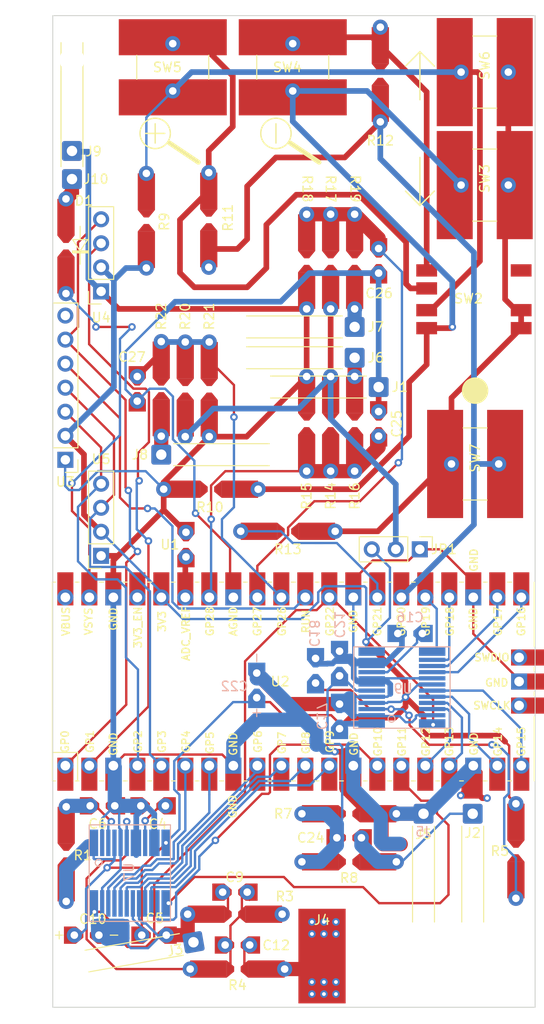
<source format=kicad_pcb>
(kicad_pcb (version 20211014) (generator pcbnew)
  (layers (0 "F.Cu" signal) (31 "B.Cu" signal) (34 "B.Paste" user) (35 "F.Paste" user) (36 "B.SilkS" user "B.Silkscreen") (37 "F.SilkS" user "F.Silkscreen") (38 "B.Mask" user) (39 "F.Mask" user) (44 "Edge.Cuts" user))
  (net 0 "")
  (net 1 "+5V")
  (net 2 "GND")
  (net 3 "+3V3")
  (net 4 "Net-(C4-Pad1)")
  (net 5 "Net-(C6-Pad1)")
  (net 6 "Net-(C12-Pad2)")
  (net 7 "Net-(C16-Pad1)")
  (net 8 "Net-(C18-Pad1)")
  (net 9 "Net-(C21-Pad1)")
  (net 10 "/internalADCinput2/ADCpin")
  (net 11 "GNDA")
  (net 12 "/internalADCinput1/ADCpin")
  (net 13 "/internalADCinput0/ADCpin")
  (net 14 "Net-(D1-Pad1)")
  (net 15 "+BATT")
  (net 16 "Net-(J6-Pad1)")
  (net 17 "Net-(J7-Pad1)")
  (net 18 "Net-(J8-Pad1)")
  (net 19 "internalADCrangeSel")
  (net 20 "/ADC_chip0/probe+")
  (net 21 "/ADC_chip1/probe+")
  (net 22 "Net-(R9-Pad2)")
  (net 23 "Net-(R10-Pad1)")
  (net 24 "Net-(R11-Pad1)")
  (net 25 "/navButtons/pin2")
  (net 26 "Net-(R12-Pad2)")
  (net 27 "/navButtons/pin1")
  (net 28 "Net-(R13-Pad2)")
  (net 30 "Net-(U1-Pad1)")
  (net 31 "Net-(U2-Pad1)")
  (net 32 "Net-(U2-Pad2)")
  (net 33 "Net-(U2-Pad4)")
  (net 34 "Net-(U2-Pad5)")
  (net 35 "/ADC_chip0/p0")
  (net 36 "/ADC_chip0/p1")
  (net 37 "/ADC_chip0/p2")
  (net 38 "/ADC_chip0/p3")
  (net 39 "/ADC_chip0/p4")
  (net 40 "/ADC_chip0/p5")
  (net 41 "/ADC_chip0/p6")
  (net 42 "/ADC_chip0/p7")
  (net 43 "/ADC_chip1/p0")
  (net 44 "/ADC_chip1/p1")
  (net 45 "/ADC_chip1/p2")
  (net 46 "/ADC_chip1/p3")
  (net 47 "/ADC_chip1/p4")
  (net 48 "/ADC_chip1/p5")
  (net 49 "/ADC_chip1/p6")
  (net 50 "/ADC_chip1/p7")
  (net 51 "/ADC_chip0/clk")
  (net 52 "Net-(U2-Pad30)")
  (footprint "customStuff:universalMixed" (layer "F.Cu") (at 46.98 81.405 -90)
    (fp_text reference "C27")
    (fp_text value "68pF")
  )
  (footprint "customStuff:universalMixed" (layer "F.Cu") (at 57.31875 134.583175 180)
    (fp_text reference "C9")
    (fp_text value "Cdiv_bot")
  )
  (footprint "Connector_Wire:SolderWire-0.5sqmm_1x01_D0.9mm_OD2.1mm_Relief" (layer "F.Cu") (at 52.930874 139.877088 -80)
    (fp_text reference "J3")
    (fp_text value "probeGND")
  )
  (footprint "Connector_Wire:SolderWirePad_1x01_SMD_5x10mm" (layer "F.Cu") (at 66.5368 141.3368)
    (fp_text reference "J4")
    (fp_text value "chip0_probe+")
  )
  (footprint "customStuff:universalMixedLong" (layer "F.Cu") (at 67.45 85.105 -90)
    (fp_text reference "R14")
    (fp_text value "22k")
  )
  (footprint "customStuff:universalButton" (layer "F.Cu") (at 82.742 89.343)
    (fp_text reference "SW7")
    (fp_text value "button")
  )
  (footprint "customStuff:universalMixedLong" (layer "F.Cu") (at 54.7775 92.01 180)
    (fp_text reference "R10")
    (fp_text value "470")
  )
  (footprint "customStuff:universalMixed" (layer "F.Cu") (at 72.53 85.105 90)
    (fp_text reference "C25")
    (fp_text value "68pF")
  )
  (footprint "Connector_Wire:SolderWire-0.5sqmm_1x01_D0.9mm_OD2.1mm_Relief" (layer "F.Cu") (at 77.281 126.3)
    (fp_text reference "J5")
    (fp_text value "probeGND")
  )
  (footprint "customStuff:universalMixedLong" (layer "F.Cu") (at 54.6 81.455 -90)
    (fp_text reference "R21")
    (fp_text value "22k")
  )
  (footprint "customStuff:universalMixedLong" (layer "F.Cu") (at 54.548 63.562 -90)
    (fp_text reference "R11")
    (fp_text value "4.7k")
  )
  (footprint "Connector_Wire:SolderWire-0.5sqmm_1x01_D0.9mm_OD2.1mm_Relief" (layer "F.Cu") (at 69.99 74.865 -90)
    (fp_text reference "J7")
    (fp_text value "probeConnector")
  )
  (footprint "customStuff:universalButton" (layer "F.Cu") (at 63.438 47.433 90)
    (fp_text reference "SW4")
    (fp_text value "dir4_alt")
  )
  (footprint "customStuff:universalMixedDiode" (layer "F.Cu") (at 39.435 66.33775 90)
    (fp_text reference "D1")
    (fp_text value "D_Schottky")
  )
  (footprint "Connector_PinHeader_2.54mm:PinHeader_1x07_P2.54mm_Vertical" (layer "F.Cu") (at 39.37 88.905 180)
    (fp_text reference "U3")
    (fp_text value "ST7789")
  )
  (footprint "Connector_PinSocket_2.54mm:PinSocket_1x04_P2.54mm_Vertical" (layer "F.Cu") (at 43.155 99.05 180)
    (fp_text reference "U5")
    (fp_text value "SSD1306_Display2")
  )
  (footprint "customStuff:universalMixedLong" (layer "F.Cu") (at 62.93 96.455)
    (fp_text reference "R13")
    (fp_text value "1k")
  )
  (footprint "customStuff:universalMixedLong" (layer "F.Cu") (at 69.407 126.3)
    (fp_text reference "R7")
    (fp_text value "Rdiv_bot")
  )
  (footprint "customStuff:universalButton" (layer "F.Cu") (at 50.738 47.433 90)
    (fp_text reference "SW5")
    (fp_text value "dir3_alt")
  )
  (footprint "customStuff:universalMixedLong" (layer "F.Cu") (at 72.709 48.195 90)
    (fp_text reference "R12")
    (fp_text value "4.7k")
  )
  (footprint "customStuff:universalMixed" (layer "F.Cu") (at 72.53 67.88 -90)
    (fp_text reference "C26")
    (fp_text value "68pF")
  )
  (footprint "Connector_Wire:SolderWire-0.5sqmm_1x01_D0.9mm_OD2.1mm_Relief" (layer "F.Cu") (at 40.07 59.244 180)
    (fp_text reference "J10")
    (fp_text value "bat+")
  )
  (footprint "customStuff:universalMixedLong" (layer "F.Cu") (at 67.45 67.96 90)
    (fp_text reference "R17")
    (fp_text value "22k")
  )
  (footprint "customStuff:universalMixed" (layer "F.Cu") (at 57.58235 140.1684 180)
    (fp_text reference "C12")
    (fp_text value "Cdiv_top")
  )
  (footprint "customStuff:universalMixed" (layer "F.Cu") (at 43.2995 125.4618)
    (fp_text reference "C6")
    (fp_text value "100nF")
  )
  (footprint "customStuff:universalMixed" (layer "F.Cu") (at 48.6598 125.4618 180)
    (fp_text reference "C4")
    (fp_text value "100nF")
  )
  (footprint "customStuff:universalMixedElectrolyticCap" (layer "F.Cu") (at 41.6194 139.127)
    (fp_text reference "C10")
    (fp_text value "C_Polarized")
  )
  (footprint "customStuff:universalMixedLong" (layer "F.Cu") (at 49.52 81.41 90)
    (fp_text reference "R22")
    (fp_text value "100k")
  )
  (footprint "customStuff:universalMixed" (layer "F.Cu") (at 48.7568 139.127)
    (fp_text reference "C5")
    (fp_text value "100nF")
  )
  (footprint "customStuff:universalMixedLong" (layer "F.Cu") (at 87.06 130.237 90)
    (fp_text reference "R5")
    (fp_text value "R")
  )
  (footprint "customStuff:universalButton" (layer "F.Cu") (at 83.758 59.879)
    (fp_text reference "SW3")
    (fp_text value "dir2_alt")
  )
  (footprint "customStuff:universalMixedLong" (layer "F.Cu") (at 57.58235 142.7084 180)
    (fp_text reference "R4")
    (fp_text value "Rdiv_top")
  )
  (footprint "customStuff:universalButton" (layer "F.Cu") (at 83.758 47.941)
    (fp_text reference "SW6")
    (fp_text value "dir1_alt")
  )
  (footprint "customStuff:universalMixedLong" (layer "F.Cu") (at 39.4604 130.5634 -90)
    (fp_text reference "R1")
    (fp_text value "R")
  )
  (footprint "customStuff:universalMixedLong" (layer "F.Cu") (at 57.3175 136.913175 180)
    (fp_text reference "R3")
    (fp_text value "Rdiv_bot")
  )
  (footprint "Connector_Wire:SolderWire-0.5sqmm_1x01_D0.9mm_OD2.1mm_Relief" (layer "F.Cu") (at 40.07 56.271 180)
    (fp_text reference "J9")
    (fp_text value "bat_GND")
  )
  (footprint "Connector_Wire:SolderWire-0.5sqmm_1x01_D0.9mm_OD2.1mm_Relief" (layer "F.Cu") (at 72.53 81.215 -90)
    (fp_text reference "J1")
    (fp_text value "internalADC_GND")
  )
  (footprint "customStuff:universalMixedLong" (layer "F.Cu") (at 47.944 63.642 90)
    (fp_text reference "R9")
    (fp_text value "470")
  )
  (footprint "Connector_Wire:SolderWire-0.5sqmm_1x01_D0.9mm_OD2.1mm_Relief" (layer "F.Cu") (at 69.99 78.12 -90)
    (fp_text reference "J6")
    (fp_text value "probeConnector")
  )
  (footprint "Connector_PinHeader_2.54mm:PinHeader_1x03_P2.54mm_Vertical" (layer "F.Cu") (at 76.885 98.36 -90)
    (fp_text reference "JP1")
    (fp_text value "internalADC_rangeselJumper")
  )
  (footprint "customStuff:universalMixed" (layer "F.Cu") (at 69.407 128.84 180)
    (fp_text reference "C24")
    (fp_text value "Cdiv_top")
  )
  (footprint "customStuff:universalMixed" (layer "F.Cu") (at 52.135 97.86375 90)
    (fp_text reference "U1")
    (fp_text value "optional_externalVREF")
  )
  (footprint "customStuff:universalMixedLong" (layer "F.Cu") (at 69.99 67.96 90)
    (fp_text reference "R19")
    (fp_text value "100k")
  )
  (footprint "customStuff:universalMixedLong" (layer "F.Cu") (at 64.91 67.96 -90)
    (fp_text reference "R18")
    (fp_text value "22k")
  )
  (footprint "customStuff:JoystickSwitch" (layer "F.Cu") (at 82.615 71.244)
    (fp_text reference "SW2")
    (fp_text value "JoystickSwitch")
  )
  (footprint "RPi_Pico:RPi_Pico_SMD_TH" (layer "F.Cu") (at 63.5 112.33 90)
    (fp_text reference "U2")
    (fp_text value "Pico")
  )
  (footprint "Connector_PinSocket_2.54mm:PinSocket_1x04_P2.54mm_Vertical" (layer "F.Cu") (at 43.155 71.11 180)
    (fp_text reference "U4")
    (fp_text value "SSD1306_Display1")
  )
  (footprint "customStuff:universalMixedLong" (layer "F.Cu") (at 69.99 85.105 -90)
    (fp_text reference "R16")
    (fp_text value "100k")
  )
  (footprint "customStuff:universalMixedLong" (layer "F.Cu") (at 52.06 81.455 90)
    (fp_text reference "R20")
    (fp_text value "22k")
  )
  (footprint "customStuff:universalMixedLong" (layer "F.Cu") (at 64.91 85.105 90)
    (fp_text reference "R15")
    (fp_text value "22k")
  )
  (footprint "customStuff:universalMixedLong" (layer "F.Cu") (at 69.407 131.38 180)
    (fp_text reference "R8")
    (fp_text value "Rdiv_top")
  )
  (footprint "Connector_Wire:SolderWire-0.5sqmm_1x01_D0.9mm_OD2.1mm_Relief" (layer "F.Cu") (at 49.52 88.36 90)
    (fp_text reference "J8")
    (fp_text value "probeConnector")
  )
  (footprint "Connector_Wire:SolderWire-0.5sqmm_1x01_D0.9mm_OD2.1mm_Relief" (layer "F.Cu") (at 82.488 126.3)
    (fp_text reference "J2")
    (fp_text value "chip1_probe+")
  )
  (footprint "customStuff:universalMixed" (layer "B.Cu") (at 75.8595 107.25 180)
    (fp_text reference "C16")
    (fp_text value "100nF")
  )
  (footprint "customStuff:universalMixed" (layer "B.Cu") (at 65.851 111.187 90)
    (fp_text reference "C18")
    (fp_text value "100nF")
  )
  (footprint "customStuff:TSSOP-24 hand solder" (layer "B.Cu") (at 46.1914 132.5738)
    (fp_text reference "U7")
    (fp_text value "ADC08060")
  )
  (footprint "customStuff:universalMixed" (layer "B.Cu") (at 68.391 116.013 90)
    (fp_text reference "C17")
    (fp_text value "100nF")
  )
  (footprint "customStuff:universalMixedElectrolyticCap" (layer "B.Cu") (at 59.628 112.7355 90)
    (fp_text reference "C22")
    (fp_text value "C_Polarized")
  )
  (footprint "customStuff:TSSOP-24 hand solder" (layer "B.Cu") (at 74.995 112.965 90)
    (fp_text reference "U9")
    (fp_text value "ADC08060")
  )
  (footprint "customStuff:universalMixed" (layer "B.Cu") (at 68.391 110.425 90)
    (fp_text reference "C21")
    (fp_text value "Cdiv_bot")
  )
  (gr_line (start 76.9 56.958) (end 76.9 62.038) (layer "F.SilkS") (width 0.15))
  (gr_line (start 76.9 45.782) (end 75.376 47.306) (layer "F.SilkS") (width 0.15))
  (gr_line (start 61.66 55.434) (end 61.66 53.402) (layer "F.SilkS") (width 0.15))
  (gr_circle (center 82.742 81.596) (end 83.442 81.596) (layer "F.SilkS") (width 1.4) (fill none))
  (gr_line (start 76.9 50.862) (end 76.9 45.782) (layer "F.SilkS") (width 0.15))
  (gr_line (start 76.9 45.782) (end 78.424 47.306) (layer "F.SilkS") (width 0.15))
  (gr_line (start 76.9 62.038) (end 78.424 60.514) (layer "F.SilkS") (width 0.15))
  (gr_circle (center 48.877563 54.418) (end 50.401563 53.91) (layer "F.SilkS") (width 0.15) (fill none))
  (gr_line (start 49.893563 54.418) (end 47.861563 54.418) (layer "F.SilkS") (width 0.15))
  (gr_line (start 48.877563 55.434) (end 48.877563 53.402) (layer "F.SilkS") (width 0.15))
  (gr_circle (center 61.66 54.418) (end 63.184 53.91) (layer "F.SilkS") (width 0.15) (fill none))
  (gr_line (start 76.9 62.038) (end 75.376 60.514) (layer "F.SilkS") (width 0.15))
  (gr_line (start 50.401563 55.434) (end 53.449563 57.466) (layer "F.SilkS") (width 0.5))
  (gr_line (start 63.184 55.434) (end 66.232 57.466) (layer "F.SilkS") (width 0.5))
  (gr_line (start 38.038 146.747) (end 38.038 41.972) (layer "Edge.Cuts") (width 0.1))
  (gr_line (start 38.038 41.972) (end 89.092 41.972) (layer "Edge.Cuts") (width 0.1))
  (gr_line (start 89.092 146.747) (end 38.038 146.747) (layer "Edge.Cuts") (width 0.1))
  (gr_line (start 89.092 41.972) (end 89.092 146.747) (layer "Edge.Cuts") (width 0.1))
  (gr_text "J5" (at 77.281 128.205) (layer "B.SilkS") (effects (font (size 1 1)) (justify mirror)))
  (gr_text "GND" (at 57.088 125.538 90) (layer "F.SilkS") (effects (font (size 0.8 0.8))))
  (gr_text "GND" (at 82.615 99.503 90) (layer "F.SilkS") (effects (font (size 0.8 0.8))))
  (gr_text "GND" (at 85.028 112.457) (layer "F.SilkS") (effects (font (size 0.8 0.8))))
  (segment (start 72.47325 126.3) (end 72.836 126.66275) (width 1.5) (layer "F.Cu") (net 2))
  (segment (start 81.218 124.3696) (end 81.308622 124.3696) (width 0.6) (layer "F.Cu") (net 2))
  (segment (start 45.624511 120.045489) (end 44.45 121.22) (width 0.25) (layer "F.Cu") (net 2))
  (segment (start 81.308622 124.3696) (end 81.334022 124.395) (width 0.6) (layer "F.Cu") (net 2))
  (segment (start 71.82 126.3) (end 69.109511 123.589511) (width 1.5) (layer "F.Cu") (net 2))
  (segment (start 81.599 123.9886) (end 81.599 123.633) (width 0.6) (layer "F.Cu") (net 2))
  (segment (start 82.55 103.44) (end 82.55 107.289022) (width 0.25) (layer "F.Cu") (net 2))
  (segment (start 52.180786 139.127) (end 52.3175 139.263714) (width 1.5) (layer "F.Cu") (net 2))
  (segment (start 54.6 86.455) (end 58.56 86.455) (width 0.6) (layer "F.Cu") (net 2))
  (segment (start 44.93375 99.05) (end 43.155 99.05) (width 0.6) (layer "F.Cu") (net 2))
  (segment (start 64.91 72.96) (end 64.91 80.105) (width 0.6) (layer "F.Cu") (net 2))
  (segment (start 87.4 112.139022) (end 87.4 112.33) (width 0.25) (layer "F.Cu") (net 2))
  (segment (start 69.109511 123.589511) (end 69.109511 120.077) (width 1.5) (layer "F.Cu") (net 2))
  (segment (start 49.7775 92.01) (end 49.7775 94.20625) (width 0.6) (layer "F.Cu") (net 2))
  (segment (start 45.005 72.96) (end 43.155 71.11) (width 0.6) (layer "F.Cu") (net 2))
  (segment (start 71.915489 99.534511) (end 69.85 101.6) (width 0.25) (layer "F.Cu") (net 2))
  (segment (start 83.24298 124.26098) (end 82.869 123.887) (width 0.6) (layer "F.Cu") (net 2))
  (segment (start 50.52305 139.127) (end 52.180786 139.127) (width 1.5) (layer "F.Cu") (net 2))
  (segment (start 79.079022 98.36) (end 82.55 101.830978) (width 0.25) (layer "F.Cu") (net 2))
  (segment (start 52.3175 136.913175) (end 52.3175 139.263714) (width 1.5) (layer "F.Cu") (net 2))
  (segment (start 44.45 99.53375) (end 44.45 103.44) (width 0.6) (layer "F.Cu") (net 2))
  (segment (start 54.6 86.455) (end 49.7775 91.2775) (width 0.6) (layer "F.Cu") (net 2))
  (segment (start 82.55 123.444) (end 81.98 124.014) (width 0.6) (layer "F.Cu") (net 2))
  (segment (start 83.24298 121.91298) (end 82.55 121.22) (width 0.6) (layer "F.Cu") (net 2))
  (segment (start 83.49698 124.649) (end 83.24298 124.395) (width 0.6) (layer "F.Cu") (net 2))
  (segment (start 83.24298 124.395) (end 82.869 124.395) (width 0.6) (layer "F.Cu") (net 2))
  (segment (start 82.55 101.830978) (end 82.55 103.44) (width 0.25) (layer "F.Cu") (net 2))
  (segment (start 57.15 121.22) (end 55.975489 120.045489) (width 0.25) (layer "F.Cu") (net 2))
  (segment (start 74.407 126.3) (end 77.281 126.3) (width 1.5) (layer "F.Cu") (net 2))
  (segment (start 72.47325 126.3) (end 71.82 126.3) (width 1.5) (layer "F.Cu") (net 2))
  (segment (start 82.55 107.289022) (end 87.4 112.139022) (width 0.25) (layer "F.Cu") (net 2))
  (segment (start 81.98 124.014) (end 81.599 123.633) (width 0.6) (layer "F.Cu") (net 2))
  (segment (start 81.218 124.3696) (end 81.599 123.9886) (width 0.6) (layer "F.Cu") (net 2))
  (segment (start 72.836 129.348) (end 73.005989 129.517989) (width 1.5) (layer "F.Cu") (net 2))
  (segment (start 68.779311 119.7468) (end 69.109511 120.077) (width 0.6) (layer "F.Cu") (net 2))
  (segment (start 76.885 98.36) (end 75.710489 99.534511) (width 0.25) (layer "F.Cu") (net 2))
  (segment (start 69.85 101.6) (end 69.85 103.44) (width 0.25) (layer "F.Cu") (net 2))
  (segment (start 73.005989 129.517989) (end 74.868 129.517989) (width 1.5) (layer "F.Cu") (net 2))
  (segment (start 64.91 72.96) (end 45.005 72.96) (width 0.6) (layer "F.Cu") (net 2))
  (segment (start 58.56 86.455) (end 64.91 80.105) (width 0.6) (layer "F.Cu") (net 2))
  (segment (start 67.883 119.7468) (end 68.779311 119.7468) (width 0.6) (layer "F.Cu") (net 2))
  (segment (start 83.24298 124.395) (end 83.24298 124.26098) (width 0.6) (layer "F.Cu") (net 2))
  (segment (start 44.93375 99.05) (end 44.45 99.53375) (width 0.6) (layer "F.Cu") (net 2))
  (segment (start 55.975489 120.045489) (end 45.624511 120.045489) (width 0.25) (layer "F.Cu") (net 2))
  (segment (start 56.58 136.913175) (end 56.58 134.584425) (width 0.25) (layer "F.Cu") (net 2))
  (segment (start 76.885 98.36) (end 79.079022 98.36) (width 0.25) (layer "F.Cu") (net 2))
  (segment (start 52.3175 139.263714) (end 52.930874 139.877088) (width 1.5) (layer "F.Cu") (net 2))
  (segment (start 75.710489 99.534511) (end 71.915489 99.534511) (width 0.25) (layer "F.Cu") (net 2))
  (segment (start 83.24298 124.26098) (end 83.24298 121.91298) (width 0.6) (layer "F.Cu") (net 2))
  (segment (start 82.869 124.395) (end 82.488 124.014) (width 0.6) (layer "F.Cu") (net 2))
  (segment (start 83.24298 124.395) (end 81.334022 124.395) (width 0.6) (layer "F.Cu") (net 2))
  (segment (start 72.836 126.66275) (end 72.836 129.348) (width 1.5) (layer "F.Cu") (net 2))
  (segment (start 84.012 124.649) (end 83.49698 124.649) (width 0.6) (layer "F.Cu") (net 2))
  (segment (start 49.7775 94.20625) (end 52.135 96.56375) (width 0.6) (layer "F.Cu") (net 2))
  (segment (start 49.7775 91.2775) (end 49.7775 92.01) (width 0.6) (layer "F.Cu") (net 2))
  (segment (start 57.15 121.22) (end 57.15 120.774) (width 0.25) (layer "F.Cu") (net 2))
  (segment (start 62.9055 114.713) (end 59.628 111.4355) (width 1.5) (layer "F.Cu") (net 2))
  (segment (start 49.7775 94.20625) (end 44.93375 99.05) (width 0.6) (layer "F.Cu") (net 2))
  (segment (start 68.391 114.713) (end 62.9055 114.713) (width 1.5) (layer "F.Cu") (net 2))
  (segment (start 81.599 123.633) (end 81.599 122.171) (width 0.6) (layer "F.Cu") (net 2))
  (segment (start 81.599 122.171) (end 82.55 121.22) (width 0.6) (layer "F.Cu") (net 2))
  (via (at 81.218 124.3696) (size 0.8) (drill 0.4) (layers "F.Cu" "B.Cu") (net 2))
  (via (at 84.012 124.649) (size 0.8) (drill 0.4) (layers "F.Cu" "B.Cu") (net 2))
  (via (at 67.883 119.7468) (size 0.8) (drill 0.4) (layers "F.Cu" "B.Cu") (net 2))
  (segment (start 70.296 110.425) (end 73.217 110.425) (width 0.6) (layer "B.Cu") (net 2))
  (segment (start 77.474894 126.3) (end 82.55 121.224894) (width 1.5) (layer "B.Cu") (net 2))
  (segment (start 76.470905 115.964095) (end 76.470905 116.213495) (width 0.25) (layer "B.Cu") (net 2))
  (segment (start 72.756511 126.583261) (end 72.756511 129.221) (width 1.5) (layer "B.Cu") (net 2))
  (segment (start 74.407 126.3) (end 77.281 126.3) (width 1.5) (layer "B.Cu") (net 2))
  (segment (start 74.995 107.6855) (end 74.5595 107.25) (width 0.6) (layer "B.Cu") (net 2))
  (segment (start 71.795 113.94) (end 73.303 113.94) (width 0.25) (layer "B.Cu") (net 2))
  (segment (start 78.195 115.89) (end 76.545 115.89) (width 0.25) (layer "B.Cu") (net 2))
  (segment (start 47.1664 135.7738) (end 47.1664 137.435) (width 0.25) (layer "B.Cu") (net 2))
  (segment (start 69.85 109.745) (end 69.85 103.44) (width 0.25) (layer "B.Cu") (net 2))
  (segment (start 70.170978 115.89) (end 69.445489 115.164511) (width 0.25) (layer "B.Cu") (net 2))
  (segment (start 74.995 108.647) (end 74.995 107.6855) (width 0.6) (layer "B.Cu") (net 2))
  (segment (start 42.8132 138.1364) (end 45.407289 138.1364) (width 1.5) (layer "B.Cu") (net 2))
  (segment (start 47.9223 125.4618) (end 46.8772 126.5069) (width 0.6) (layer "B.Cu") (net 2))
  (segment (start 69.85 121.22) (end 69.85 123.67675) (width 1.5) (layer "B.Cu") (net 2))
  (segment (start 69.895489 110.659489) (end 69.895489 111.929489) (width 0.6) (layer "B.Cu") (net 2))
  (segment (start 70.296 112.33) (end 73.459022 112.33) (width 0.6) (layer "B.Cu") (net 2))
  (segment (start 71.795 110.04) (end 70.145 110.04) (width 0.25) (layer "B.Cu") (net 2))
  (segment (start 47.8725 90.105) (end 49.7775 92.01) (width 0.25) (layer "B.Cu") (net 2))
  (segment (start 71.795 111.99) (end 75.97 111.99) (width 0.25) (layer "B.Cu") (net 2))
  (segment (start 48.7822 126.3217) (end 48.7822 129.983) (width 0.6) (layer "B.Cu") (net 2))
  (segment (start 66.5368 119.0102) (end 65.9526 119.0102) (width 0.6) (layer "B.Cu") (net 2))
  (segment (start 67.2734 119.7468) (end 67.883 119.7468) (width 0.6) (layer "B.Cu") (net 2))
  (segment (start 39.769897 92.099511) (end 40.824479 92.099511) (width 0.25) (layer "B.Cu") (net 2))
  (segment (start 47.62138 137.88998) (end 47.89872 137.88998) (width 0.25) (layer "B.Cu") (net 2))
  (segment (start 69.445489 115.164511) (end 69.445489 114.108) (width 0.25) (layer "B.Cu") (net 2))
  (segment (start 42.81899 90.105) (end 47.8725 90.105) (width 0.25) (layer "B.Cu") (net 2))
  (segment (start 59.628 111.998) (end 60.2155 111.998) (width 1.5) (layer "B.Cu") (net 2))
  (segment (start 65.9526 117.7351) (end 65.9526 119.0102) (width 1.5) (layer "B.Cu") (net 2))
  (segment (start 45.407289 139.453911) (end 45.3532 139.508) (width 1.5) (layer "B.Cu") (net 2))
  (segment (start 43.155 71.11) (end 41.805489 69.760489) (width 0.6) (layer "B.Cu") (net 2))
  (segment (start 69.895489 111.929489) (end 70.296 112.33) (width 0.6) (layer "B.Cu") (net 2))
  (segment (start 44.5995 121.3695) (end 44.45 121.22) (width 1.5) (layer "B.Cu") (net 2))
  (segment (start 64.58355 116.36605) (end 65.9526 117.7351) (width 1.5) (layer "B.Cu") (net 2))
  (segment (start 69.407 110.171) (end 69.895489 110.659489) (width 0.6) (layer "B.Cu") (net 2))
  (segment (start 68.391 114.713) (end 69.31 114.713) (width 1.5) (layer "B.Cu") (net 2))
  (segment (start 69.915 115.99048) (end 69.895489 115.970969) (width 0.6) (layer "B.Cu") (net 2))
  (segment (start 67.89525 110.18325) (end 67.6535 110.425) (width 0.6) (layer "B.Cu") (net 2))
  (segment (start 69.5585 109.6875) (end 70.296 110.425) (width 0.6) (layer "B.Cu") (net 2))
  (segment (start 68.391 109.6875) (end 67.89525 110.18325) (width 0.6) (layer "B.Cu") (net 2))
  (segment (start 71.795 115.89) (end 70.170978 115.89) (width 0.25) (layer "B.Cu") (net 2))
  (segment (start 67.89525 110.18325) (end 67.9075 110.171) (width 0.6) (layer "B.Cu") (net 2))
  (segment (start 43.138 137.5522) (end 42.3052 137.5522) (width 0.25) (layer "B.Cu") (net 2))
  (segment (start 65.9526 119.0102) (end 66.6892 119.7468) (width 0.6) (layer "B.Cu") (net 2))
  (segment (start 69.895489 114.558) (end 69.445489 114.108) (width 0.6) (layer "B.Cu") (net 2))
  (segment (start 76.059095 116.625305) (end 75.378705 116.625305) (width 0.25) (layer "B.Cu") (net 2))
  (segment (start 44.5995 125.4618) (end 44.5995 121.3695) (width 1.5) (layer "B.Cu") (net 2))
  (segment (start 69.613489 113.94) (end 69.445489 114.108) (width 0.25) (layer "B.Cu") (net 2))
  (segment (start 43.2664 134.138082) (end 43.2664 135.7738) (width 0.25) (layer "B.Cu") (net 2))
  (segment (start 42.2036 138.9737) (end 42.3569 139.127) (width 0.25) (layer "B.Cu") (net 2))
  (segment (start 72.47325 126.3) (end 72.756511 126.583261) (width 1.5) (layer "B.Cu") (net 2))
  (segment (start 49.13574 139.127) (end 50.0568 139.127) (width 0.25) (layer "B.Cu") (net 2))
  (segment (start 43.76665 139.508) (end 43.38565 139.127) (width 1.5) (layer "B.Cu") (net 2))
  (segment (start 43.38565 138.70885) (end 42.8132 138.1364) (width 1.5) (layer "B.Cu") (net 2))
  (segment (start 68.391 109.6875) (end 69.5585 109.6875) (width 0.6) (layer "B.Cu") (net 2))
  (segment (start 45.407289 138.1364) (end 45.407289 139.453911) (width 1.5) (layer "B.Cu") (net 2))
  (segment (start 67.6535 110.425) (end 67.121 110.425) (width 0.6) (layer "B.Cu") (net 2))
  (segment (start 45.3532 139.508) (end 43.76665 139.508) (width 1.5) (layer "B.Cu") (net 2))
  (segment (start 69.445489 114.577511) (end 69.445489 114.108) (width 1.5) (layer "B.Cu") (net 2))
  (segment (start 69.74402 121.11402) (end 69.74402 119.315) (width 1.5) (layer "B.Cu") (net 2))
  (segment (start 45.2164 127.949889) (end 45.2164 129.3738) (width 0.25) (layer "B.Cu") (net 2))
  (segment (start 74.741 115.9876) (end 71.8926 115.9876) (width 0.25) (layer "B.Cu") (net 2))
  (segment (start 73.010511 129.475) (end 74.741 129.475) (width 1.5) (layer "B.Cu") (net 2))
  (segment (start 75.378705 116.625305) (end 74.741 115.9876) (width 0.25) (layer "B.Cu") (net 2))
  (segment (start 39.345489 91.675103) (end 39.769897 92.099511) (width 0.25) (layer "B.Cu") (net 2))
  (segment (start 45.06575 125.4618) (end 45.06575 127.799239) (width 0.25) (layer "B.Cu") (net 2))
  (segment (start 75.97 111.99) (end 78.195 111.99) (width 0.25) (layer "B.Cu") (net 2))
  (segment (start 41.805489 69.760489) (end 41.805489 56.355489) (width 0.6) (layer "B.Cu") (net 2))
  (segment (start 60.2155 111.998) (end 64.58355 116.36605) (width 1.5) (layer "B.Cu") (net 2))
  (segment (start 45.2164 132.188082) (end 43.2664 134.138082) (width 0.25) (layer "B.Cu") (net 2))
  (segment (start 49.4943 139.127) (end 48.1227 140.4986) (width 0.25) (layer "B.Cu") (net 2))
  (segment (start 46.0136 137.6284) (end 45.9374 137.5522) (width 0.25) (layer "B.Cu") (net 2))
  (segment (start 73.303 113.94) (end 73.467 113.94) (width 0.25) (layer "B.Cu") (net 2))
  (segment (start 45.06575 127.799239) (end 45.2164 127.949889) (width 0.25) (layer "B.Cu") (net 2))
  (segment (start 67.2734 119.7468) (end 66.5368 119.0102) (width 0.6) (layer "B.Cu") (net 2))
  (segment (start 46.293 140.4986) (end 46.0136 140.2192) (width 0.25) (layer "B.Cu") (net 2))
  (segment (start 69.85 123.67675) (end 72.47325 126.3) (width 1.5) (layer "B.Cu") (net 2))
  (segment (start 42.3052 137.5522) (end 42.2036 137.6538) (width 0.25) (layer "B.Cu") (net 2))
  (segment (start 46.0136 140.2192) (end 46.0136 137.6284) (width 0.25) (layer "B.Cu") (net 2))
  (segment (start 39.345489 88.929511) (end 39.345489 91.675103) (width 0.25) (layer "B.Cu") (net 2))
  (segment (start 47.3598 125.4618) (end 44.5995 125.4618) (width 1.5) (layer "B.Cu") (net 2))
  (segment (start 82.55 121.224894) (end 82.55 121.22) (width 1.5) (layer "B.Cu") (net 2))
  (segment (start 69.895489 115.970969) (end 69.895489 114.558) (width 0.6) (layer "B.Cu") (net 2))
  (segment (start 47.9223 125.4618) (end 48.7822 126.3217) (width 0.6) (layer "B.Cu") (net 2))
  (segment (start 64.58355 116.36605) (end 59.65395 116.36605) (width 1.5) (layer "B.Cu") (net 2))
  (segment (start 71.8926 115.9876) (end 71.795 115.89) (width 0.25) (layer "B.Cu") (net 2))
  (segment (start 43.2664 135.7738) (end 43.2664 137.4238) (width 0.25) (layer "B.Cu") (net 2))
  (segment (start 67.883 119.7468) (end 68.04498 119.7468) (width 0.6) (layer "B.Cu") (net 2))
  (segment (start 43.2664 137.4238) (end 43.138 137.5522) (width 0.25) (layer "B.Cu") (net 2))
  (segment (start 45.9374 137.5522) (end 43.138 137.5522) (width 0.25) (layer "B.Cu") (net 2))
  (segment (start 68.391 115.2755) (end 69.07302 115.2755) (width 0.6) (layer "B.Cu") (net 2))
  (segment (start 67.9075 110.171) (end 69.407 110.171) (width 0.6) (layer "B.Cu") (net 2))
  (segment (start 69.85 121.22) (end 69.74402 121.11402) (width 1.5) (layer "B.Cu") (net 2))
  (segment (start 67.121 110.425) (end 67.0965 110.4495) (width 0.6) (layer "B.Cu") (net 2))
  (segment (start 48.7822 129.983) (end 48.7822 130.5418) (width 0.6) (layer "B.Cu") (net 2))
  (segment (start 47.89872 137.88998) (end 49.13574 139.127) (width 0.25) (layer "B.Cu") (net 2))
  (segment (start 69.07302 115.2755) (end 69.788 115.99048) (width 0.6) (layer "B.Cu") (net 2))
  (segment (start 72.756511 129.221) (end 73.010511 129.475) (width 1.5) (layer "B.Cu") (net 2))
  (segment (start 47.1664 137.435) (end 47.62138 137.88998) (width 0.25) (layer "B.Cu") (net 2))
  (segment (start 41.805489 56.355489) (end 40.229489 56.355489) (width 0.6) (layer "B.Cu") (net 2))
  (segment (start 67.0965 110.4495) (end 65.851 110.4495) (width 0.6) (layer "B.Cu") (net 2))
  (segment (start 45.2164 129.3738) (end 45.2164 132.188082) (width 0.25) (layer "B.Cu") (net 2))
  (segment (start 69.788 115.99048) (end 69.915 115.99048) (width 0.6) (layer "B.Cu") (net 2))
  (segment (start 46.8772 126.5069) (end 46.8772 130.6688) (width 0.6) (layer "B.Cu") (net 2))
  (segment (start 40.824479 92.099511) (end 42.81899 90.105) (width 0.25) (layer "B.Cu") (net 2))
  (segment (start 43.38565 139.127) (end 43.38565 138.70885) (width 1.5) (layer "B.Cu") (net 2))
  (segment (start 76.731282 111.99) (end 78.195 111.99) (width 0.25) (layer "B.Cu") (net 2))
  (segment (start 57.15 118.87) (end 57.15 121.22) (width 1.5) (layer "B.Cu") (net 2))
  (segment (start 69.31 114.713) (end 69.445489 114.577511) (width 1.5) (layer "B.Cu") (net 2))
  (segment (start 44.5995 125.4618) (end 45.2164 126.0787) (width 0.25) (layer "B.Cu") (net 2))
  (segment (start 42.2036 137.6538) (end 42.2036 138.9737) (width 0.25) (layer "B.Cu") (net 2))
  (segment (start 66.6892 119.7468) (end 67.2734 119.7468) (width 0.6) (layer "B.Cu") (net 2))
  (segment (start 73.467 113.94) (end 73.766 113.641) (width 0.25) (layer "B.Cu") (net 2))
  (segment (start 73.459022 112.33) (end 73.766 112.636978) (width 0.6) (layer "B.Cu") (net 2))
  (segment (start 43.2664 129.3738) (end 43.2664 126.7949) (width 0.25) (layer "B.Cu") (net 2))
  (segment (start 43.2664 126.7949) (end 44.5995 125.4618) (width 0.25) (layer "B.Cu") (net 2))
  (segment (start 70.145 110.04) (end 69.85 109.745) (width 0.25) (layer "B.Cu") (net 2))
  (segment (start 77.281 126.3) (end 77.474894 126.3) (width 1.5) (layer "B.Cu") (net 2))
  (segment (start 73.217 110.425) (end 74.995 108.647) (width 0.6) (layer "B.Cu") (net 2))
  (segment (start 44.45 103.44) (end 44.45 121.22) (width 0.6) (layer "B.Cu") (net 2))
  (segment (start 76.545 115.89) (end 76.470905 115.964095) (width 0.25) (layer "B.Cu") (net 2))
  (segment (start 76.470905 116.213495) (end 76.059095 116.625305) (width 0.25) (layer "B.Cu") (net 2))
  (segment (start 71.795 113.94) (end 69.613489 113.94) (width 0.25) (layer "B.Cu") (net 2))
  (segment (start 40.229489 56.355489) (end 40.07 56.196) (width 0.6) (layer "B.Cu") (net 2))
  (segment (start 48.1227 140.4986) (end 46.293 140.4986) (width 0.25) (layer "B.Cu") (net 2))
  (segment (start 59.65395 116.36605) (end 57.15 118.87) (width 1.5) (layer "B.Cu") (net 2))
  (segment (start 73.766 112.636978) (end 73.766 113.641) (width 0.6) (layer "B.Cu") (net 2))
  (segment (start 39.37 88.905) (end 39.345489 88.929511) (width 0.25) (layer "B.Cu") (net 2))
  (segment (start 87.06 125.237) (end 86.3488 124.5258) (width 0.25) (layer "F.Cu") (net 3))
  (segment (start 41.34 88.335) (end 41.34 94.695) (width 0.6) (layer "F.Cu") (net 3))
  (segment (start 39.37 86.365) (end 41.34 88.335) (width 0.6) (layer "F.Cu") (net 3))
  (segment (start 62.422 115.886) (end 67.502 115.886) (width 0.25) (layer "F.Cu") (net 3))
  (segment (start 68.391 117.313) (end 68.391 117.283) (width 0.6) (layer "F.Cu") (net 3))
  (segment (start 75.376 112.33) (end 71.189299 108.143299) (width 0.6) (layer "F.Cu") (net 3))
  (segment (start 61.03775 114.50175) (end 62.422 115.886) (width 0.25) (layer "F.Cu") (net 3))
  (segment (start 86.3488 119.1118) (end 85.917 118.68) (width 0.25) (layer "F.Cu") (net 3))
  (segment (start 85.282 118.045) (end 85.917 118.68) (width 0.6) (layer "F.Cu") (net 3))
  (segment (start 69.523489 116.150511) (end 74.224591 116.150511) (width 0.6) (layer "F.Cu") (net 3))
  (segment (start 77.281 115.886) (end 77.281 117.537) (width 0.6) (layer "F.Cu") (net 3))
  (segment (start 47.4487 132.0023) (end 50.0164 129.4346) (width 0.25) (layer "F.Cu") (net 3))
  (segment (start 68.391 116.775) (end 68.391 117.313) (width 0.25) (layer "F.Cu") (net 3))
  (segment (start 74.224591 116.150511) (end 75.376 114.999102) (width 0.6) (layer "F.Cu") (net 3))
  (segment (start 75.376 113.981) (end 75.376 112.33) (width 0.6) (layer "F.Cu") (net 3))
  (segment (start 59.628 114.50175) (end 61.03775 114.50175) (width 0.25) (layer "F.Cu") (net 3))
  (segment (start 47.4568 132.0104) (end 47.4568 139.127) (width 0.25) (layer "F.Cu") (net 3))
  (segment (start 77.281 117.537) (end 77.789 118.045) (width 0.6) (layer "F.Cu") (net 3))
  (segment (start 67.502 115.886) (end 68.391 116.775) (width 0.25) (layer "F.Cu") (net 3))
  (segment (start 41.34 94.695) (end 43.155 96.51) (width 0.6) (layer "F.Cu") (net 3))
  (segment (start 43.7911 132.0023) (end 47.4487 132.0023) (width 0.25) (layer "F.Cu") (net 3))
  (segment (start 47.4487 132.0023) (end 47.4568 132.0104) (width 0.25) (layer "F.Cu") (net 3))
  (segment (start 75.376 113.981) (end 77.281 115.886) (width 0.6) (layer "F.Cu") (net 3))
  (segment (start 86.3488 124.5258) (end 86.3488 119.1118) (width 0.25) (layer "F.Cu") (net 3))
  (segment (start 77.789 118.045) (end 83.504 118.045) (width 0.6) (layer "F.Cu") (net 3))
  (segment (start 50.0164 129.4346) (end 50.0164 129.3738) (width 0.25) (layer "F.Cu") (net 3))
  (segment (start 75.376 114.999102) (end 75.376 113.981) (width 0.6) (layer "F.Cu") (net 3))
  (segment (start 68.391 117.283) (end 69.523489 116.150511) (width 0.6) (layer "F.Cu") (net 3))
  (segment (start 83.504 118.045) (end 85.282 118.045) (width 0.6) (layer "F.Cu") (net 3))
  (via (at 71.189299 108.143299) (size 0.8) (drill 0.4) (layers "F.Cu" "B.Cu") (net 3))
  (via (at 50.0164 129.3738) (size 0.8) (drill 0.4) (layers "F.Cu" "B.Cu") (net 3))
  (via (at 43.7911 132.0023) (size 0.8) (drill 0.4) (layers "F.Cu" "B.Cu") (net 3))
  (via (at 75.376 113.981) (size 0.8) (drill 0.4) (layers "F.Cu" "B.Cu") (net 3))
  (segment (start 45.782022 68.642) (end 47.944 68.642) (width 0.6) (layer "B.Cu") (net 3))
  (segment (start 71.795 116.79) (end 68.914 116.79) (width 0.6) (layer "B.Cu") (net 3))
  (segment (start 42.3664 131.0238) (end 42.440911 131.098311) (width 0.25) (layer "B.Cu") (net 3))
  (segment (start 57.12724 114.50175) (end 50.895489 120.733501) (width 0.25) (layer "B.Cu") (net 3))
  (segment (start 50.895489 123.735967) (end 51.4492 124.289678) (width 0.25) (layer "B.Cu") (net 3))
  (segment (start 44.5664 131.227) (end 44.5664 129.3738) (width 0.25) (layer "B.Cu") (net 3))
  (segment (start 41.566889 138.442011) (end 41.566889 134.226511) (width 0.25) (layer "B.Cu") (net 3))
  (segment (start 42.440911 131.098311) (end 44.465911 131.098311) (width 0.25) (layer "B.Cu") (net 3))
  (segment (start 71.795 109.14) (end 71.215489 108.560489) (width 0.25) (layer "B.Cu") (net 3))
  (segment (start 41.848 129.729) (end 39.4604 132.1166) (width 1.5) (layer "B.Cu") (net 3))
  (segment (start 71.215489 108.560489) (end 71.215489 102.456467) (width 0.25) (layer "B.Cu") (net 3))
  (segment (start 51.4492 127.941) (end 50.0164 129.3738) (width 0.25) (layer "B.Cu") (net 3))
  (segment (start 44.504511 69.919511) (end 44.504511 81.230489) (width 0.6) (layer "B.Cu") (net 3))
  (segment (start 61.66 105.726) (end 51.816 105.726) (width 0.25) (layer "B.Cu") (net 3))
  (segment (start 71.189299 108.143299) (end 73.725 105.607598) (width 0.25) (layer "B.Cu") (net 3))
  (segment (start 43.155 68.57) (end 44.504511 69.919511) (width 0.6) (layer "B.Cu") (net 3))
  (segment (start 44.5664 130.997822) (end 44.5664 129.3738) (width 0.25) (layer "B.Cu") (net 3))
  (segment (start 43.155 96.51) (end 49.53 102.885) (width 0.25) (layer "B.Cu") (net 3))
  (segment (start 59.628 114.50175) (end 57.12724 114.50175) (width 0.25) (layer "B.Cu") (net 3))
  (segment (start 47.4568 139.127) (end 47.4568 138.361118) (width 0.25) (layer "B.Cu") (net 3))
  (segment (start 41.51735 138.49155) (end 41.566889 138.442011) (width 0.25) (layer "B.Cu") (net 3))
  (segment (start 40.8819 139.127) (end 41.51735 138.49155) (width 0.25) (layer "B.Cu") (net 3))
  (segment (start 66.135489 102.901511) (end 66.771511 102.265489) (width 0.25) (layer "B.Cu") (net 3))
  (segment (start 44.504511 69.919511) (end 45.782022 68.642) (width 0.6) (layer "B.Cu") (net 3))
  (segment (start 44.465911 131.098311) (end 44.5664 130.997822) (width 0.25) (layer "B.Cu") (net 3))
  (segment (start 39.4604 132.1166) (end 39.4604 135.5634) (width 1.5) (layer "B.Cu") (net 3))
  (segment (start 66.771511 102.265489) (end 67.343489 102.265489) (width 0.25) (layer "B.Cu") (net 3))
  (segment (start 64.335988 105.726) (end 66.135489 103.926499) (width 0.25) (layer "B.Cu") (net 3))
  (segment (start 47.4568 138.361118) (end 46.5164 137.420718) (width 0.25) (layer "B.Cu") (net 3))
  (segment (start 71.795 109.14) (end 71.189299 108.534299) (width 0.25) (layer "B.Cu") (net 3))
  (segment (start 68.914 116.79) (end 68.391 117.313) (width 0.6) (layer "B.Cu") (net 3))
  (segment (start 71.189299 108.534299) (end 71.189299 108.143299) (width 0.25) (layer "B.Cu") (net 3))
  (segment (start 71.215489 102.456467) (end 71.024511 102.265489) (width 0.25) (layer "B.Cu") (net 3))
  (segment (start 50.895489 120.733501) (end 50.895489 123.735967) (width 0.25) (layer "B.Cu") (net 3))
  (segment (start 76.717 112.64) (end 78.195 112.64) (width 0.25) (layer "B.Cu") (net 3))
  (segment (start 73.546 114.489) (end 74.868 114.489) (width 0.25) (layer "B.Cu") (net 3))
  (segment (start 46.5164 137.420718) (end 46.5164 135.7738) (width 0.25) (layer "B.Cu") (net 3))
  (segment (start 51.816 105.726) (end 49.53 103.44) (width 0.25) (layer "B.Cu") (net 3))
  (segment (start 61.66 105.726) (end 64.335988 105.726) (width 0.25) (layer "B.Cu") (net 3))
  (segment (start 43.7911 132.0023) (end 44.5664 131.227) (width 0.25) (layer "B.Cu") (net 3))
  (segment (start 73.445 114.59) (end 73.546 114.489) (width 0.25) (layer "B.Cu") (net 3))
  (segment (start 73.725 100.28) (end 71.805 98.36) (width 0.25) (layer "B.Cu") (net 3))
  (segment (start 73.725 105.607598) (end 73.725 100.28) (width 0.25) (layer "B.Cu") (net 3))
  (segment (start 41.566889 134.226511) (end 43.7911 132.0023) (width 0.25) (layer "B.Cu") (net 3))
  (segment (start 71.795 114.59) (end 73.445 114.59) (width 0.25) (layer "B.Cu") (net 3))
  (segment (start 44.504511 81.230489) (end 39.37 86.365) (width 0.6) (layer "B.Cu") (net 3))
  (segment (start 66.135489 103.926499) (end 66.135489 102.901511) (width 0.25) (layer "B.Cu") (net 3))
  (segment (start 71.024511 102.265489) (end 67.343489 102.265489) (width 0.25) (layer "B.Cu") (net 3))
  (segment (start 74.868 114.489) (end 76.717 112.64) (width 0.25) (layer "B.Cu") (net 3))
  (segment (start 42.3664 129.3738) (end 42.3664 131.0238) (width 0.25) (layer "B.Cu") (net 3))
  (segment (start 51.4492 124.289678) (end 51.4492 127.941) (width 0.25) (layer "B.Cu") (net 3))
  (segment (start 49.53 102.885) (end 49.53 103.44) (width 0.25) (layer "B.Cu") (net 3))
  (segment (start 49.3973 125.4618) (end 47.817 127.0421) (width 0.25) (layer "F.Cu") (net 4))
  (via (at 47.817 127.0421) (size 0.8) (drill 0.4) (layers "F.Cu" "B.Cu") (net 4))
  (segment (start 47.8164 129.3738) (end 47.8164 127.0427) (width 0.25) (layer "B.Cu") (net 4))
  (segment (start 47.8164 127.0427) (end 47.817 127.0421) (width 0.25) (layer "B.Cu") (net 4))
  (segment (start 42.562 125.4618) (end 44.2356 127.1354) (width 0.25) (layer "F.Cu") (net 5))
  (via (at 44.2356 127.1354) (size 0.8) (drill 0.4) (layers "F.Cu" "B.Cu") (net 5))
  (segment (start 39.562 125.4618) (end 39.4604 125.5634) (width 1.5) (layer "B.Cu") (net 5))
  (segment (start 41.9995 125.4618) (end 39.562 125.4618) (width 1.5) (layer "B.Cu") (net 5))
  (segment (start 43.9164 127.4546) (end 44.2356 127.1354) (width 0.25) (layer "B.Cu") (net 5))
  (segment (start 43.9164 129.3738) (end 43.9164 127.4546) (width 0.25) (layer "B.Cu") (net 5))
  (segment (start 52.58235 142.7084) (end 44.769 142.7084) (width 0.25) (layer "F.Cu") (net 6))
  (segment (start 58.055 136.913175) (end 58.055 134.584425) (width 0.25) (layer "F.Cu") (net 6))
  (segment (start 45.2516 131.2276) (end 45.8664 130.6128) (width 0.25) (layer "F.Cu") (net 6))
  (segment (start 41.6194 139.5588) (end 41.6194 133.149386) (width 0.25) (layer "F.Cu") (net 6))
  (segment (start 41.6194 133.149386) (end 43.541186 131.2276) (width 0.25) (layer "F.Cu") (net 6))
  (segment (start 58.8669 135.40125) (end 58.86815 135.4) (width 0.25) (layer "F.Cu") (net 6))
  (segment (start 44.769 142.7084) (end 41.6194 139.5588) (width 0.25) (layer "F.Cu") (net 6))
  (segment (start 43.541186 131.2276) (end 45.2516 131.2276) (width 0.25) (layer "F.Cu") (net 6))
  (segment (start 56.84485 142.7084) (end 56.84485 140.1684) (width 0.25) (layer "F.Cu") (net 6))
  (segment (start 45.8664 130.6128) (end 45.8664 127.133) (width 0.25) (layer "F.Cu") (net 6))
  (segment (start 56.84485 138.123325) (end 58.055 136.913175) (width 0.25) (layer "F.Cu") (net 6))
  (segment (start 55.8161 139.57055) (end 55.8161 140.1684) (width 0.25) (layer "F.Cu") (net 6))
  (segment (start 56.84485 140.1684) (end 56.84485 138.123325) (width 0.25) (layer "F.Cu") (net 6))
  (via (at 45.8664 127.133) (size 0.8) (drill 0.4) (layers "F.Cu" "B.Cu") (net 6))
  (segment (start 45.8664 129.3738) (end 45.8664 127.133) (width 0.25) (layer "B.Cu") (net 6))
  (segment (start 45.8664 127.133) (end 45.8664 127.0822) (width 0.25) (layer "B.Cu") (net 6))
  (segment (start 73.470978 111.34) (end 76.597 108.213978) (width 0.25) (layer "B.Cu") (net 7))
  (segment (start 76.597 108.213978) (end 76.597 107.25) (width 0.25) (layer "B.Cu") (net 7))
  (segment (start 71.795 111.34) (end 73.470978 111.34) (width 0.25) (layer "B.Cu") (net 7))
  (segment (start 71.590522 115.251) (end 73.852 115.251) (width 0.25) (layer "F.Cu") (net 8))
  (segment (start 75.8078 115.9622) (end 75.8078 116.947004) (width 0.25) (layer "F.Cu") (net 8))
  (segment (start 77.870996 119.0102) (end 84.52 119.0102) (width 0.25) (layer "F.Cu") (net 8))
  (segment (start 75.8078 116.947004) (end 77.870996 119.0102) (width 0.25) (layer "F.Cu") (net 8))
  (segment (start 65.851 112.487) (end 66.583 113.219) (width 0.25) (layer "F.Cu") (net 8))
  (segment (start 68.645 113.219) (end 69.558522 113.219) (width 0.25) (layer "F.Cu") (net 8))
  (segment (start 66.583 113.219) (end 68.645 113.219) (width 0.25) (layer "F.Cu") (net 8))
  (segment (start 75.746394 115.900794) (end 75.8078 115.9622) (width 0.25) (layer "F.Cu") (net 8))
  (segment (start 69.558522 113.219) (end 71.590522 115.251) (width 0.25) (layer "F.Cu") (net 8))
  (via (at 73.852 115.251) (size 0.8) (drill 0.4) (layers "F.Cu" "B.Cu") (net 8))
  (via (at 84.52 119.0102) (size 0.8) (drill 0.4) (layers "F.Cu" "B.Cu") (net 8))
  (via (at 75.746394 115.900794) (size 0.8) (drill 0.4) (layers "F.Cu" "B.Cu") (net 8))
  (segment (start 85.822989 124.641411) (end 86.298 124.1664) (width 0.25) (layer "B.Cu") (net 8))
  (segment (start 87.06 130.9745) (end 85.822989 129.737489) (width 0.25) (layer "B.Cu") (net 8))
  (segment (start 75.746394 115.900794) (end 75.0966 115.251) (width 0.25) (layer "B.Cu") (net 8))
  (segment (start 85.155 119.0102) (end 84.52 119.0102) (width 0.25) (layer "B.Cu") (net 8))
  (segment (start 73.841 115.24) (end 73.852 115.251) (width 0.25) (layer "B.Cu") (net 8))
  (segment (start 87.06 130.9745) (end 87.06 135.237) (width 0.25) (layer "B.Cu") (net 8))
  (segment (start 71.795 115.24) (end 73.841 115.24) (width 0.25) (layer "B.Cu") (net 8))
  (segment (start 85.822989 129.737489) (end 85.822989 124.641411) (width 0.25) (layer "B.Cu") (net 8))
  (segment (start 86.298 120.1532) (end 85.155 119.0102) (width 0.25) (layer "B.Cu") (net 8))
  (segment (start 75.0966 115.251) (end 73.852 115.251) (width 0.25) (layer "B.Cu") (net 8))
  (segment (start 86.298 124.1664) (end 86.298 120.1532) (width 0.25) (layer "B.Cu") (net 8))
  (segment (start 68.391 112.19125) (end 68.14875 112.19125) (width 0.25) (layer "B.Cu") (net 9))
  (segment (start 68.107 128.84) (end 68.107 129.61375) (width 1.5) (layer "B.Cu") (net 9))
  (segment (start 68.6695 119.2125) (end 68.6695 126.8505) (width 0.25) (layer "B.Cu") (net 9))
  (segment (start 68.6695 126.8505) (end 68.107 127.413) (width 0.25) (layer "B.Cu") (net 9))
  (segment (start 68.14875 112.19125) (end 67.121 113.219) (width 0.25) (layer "B.Cu") (net 9))
  (segment (start 66.34075 131.38) (end 64.407 131.38) (width 1.5) (layer "B.Cu") (net 9))
  (segment (start 69.04625 112.19125) (end 68.391 112.19125) (width 0.25) (layer "B.Cu") (net 9))
  (segment (start 67.121 113.219) (end 67.121 118.704522) (width 0.25) (layer "B.Cu") (net 9))
  (segment (start 68.107 127.413) (end 66.994 126.3) (width 1.5) (layer "B.Cu") (net 9))
  (segment (start 68.107 128.84) (end 68.107 127.413) (width 1.5) (layer "B.Cu") (net 9))
  (segment (start 66.994 126.3) (end 64.407 126.3) (width 1.5) (layer "B.Cu") (net 9))
  (segment (start 67.350478 118.934) (end 68.391 118.934) (width 0.25) (layer "B.Cu") (net 9))
  (segment (start 67.121 118.704522) (end 67.350478 118.934) (width 0.25) (layer "B.Cu") (net 9))
  (segment (start 71.795 113.29) (end 70.145 113.29) (width 0.25) (layer "B.Cu") (net 9))
  (segment (start 70.145 113.29) (end 69.04625 112.19125) (width 0.25) (layer "B.Cu") (net 9))
  (segment (start 68.107 129.61375) (end 66.34075 131.38) (width 1.5) (layer "B.Cu") (net 9))
  (segment (start 68.391 118.934) (end 68.6695 119.2125) (width 0.25) (layer "B.Cu") (net 9))
  (segment (start 54.79548 91.61308) (end 56.30356 90.105) (width 0.25) (layer "F.Cu") (net 10))
  (segment (start 54.79548 95.169882) (end 54.79548 91.61308) (width 0.25) (layer "F.Cu") (net 10))
  (segment (start 72.53 87.565) (end 69.99 90.105) (width 1.5) (layer "F.Cu") (net 10))
  (segment (start 54.806299 95.180701) (end 54.79548 95.169882) (width 0.25) (layer "F.Cu") (net 10))
  (segment (start 72.53 86.405) (end 72.53 87.565) (width 1.5) (layer "F.Cu") (net 10))
  (segment (start 56.30356 90.105) (end 64.91 90.105) (width 0.25) (layer "F.Cu") (net 10))
  (segment (start 67.45 90.105) (end 64.91 90.105) (width 1.5) (layer "F.Cu") (net 10))
  (segment (start 69.99 90.105) (end 67.45 90.105) (width 1.5) (layer "F.Cu") (net 10))
  (via (at 54.806299 95.180701) (size 0.8) (drill 0.4) (layers "F.Cu" "B.Cu") (net 10))
  (segment (start 54.79548 95.19152) (end 54.79548 103.25452) (width 0.25) (layer "B.Cu") (net 10))
  (segment (start 54.806299 95.180701) (end 54.79548 95.19152) (width 0.25) (layer "B.Cu") (net 10))
  (segment (start 54.79548 103.25452) (end 54.61 103.44) (width 0.25) (layer "B.Cu") (net 10))
  (segment (start 72.53 83.805) (end 72.53 81.215) (width 0.6) (layer "F.Cu") (net 11))
  (segment (start 56.805489 103.095489) (end 57.15 103.44) (width 0.25) (layer "F.Cu") (net 11))
  (segment (start 56.805489 98.204489) (end 56.805489 103.095489) (width 0.25) (layer "F.Cu") (net 11))
  (segment (start 53.151 94.55) (end 56.805489 98.204489) (width 0.25) (layer "F.Cu") (net 11))
  (via (at 53.151 94.55) (size 0.8) (drill 0.4) (layers "F.Cu" "B.Cu") (net 11))
  (segment (start 50.992 72.198) (end 49.468 73.722) (width 0.6) (layer "B.Cu") (net 11))
  (segment (start 50.757011 82.217989) (end 49.931042 81.39202) (width 0.25) (layer "B.Cu") (net 11))
  (segment (start 72.53 69.18) (end 65.186 69.18) (width 0.6) (layer "B.Cu") (net 11))
  (segment (start 50.757011 86.742311) (end 50.757011 82.217989) (width 0.25) (layer "B.Cu") (net 11))
  (segment (start 48.29298 81.39202) (end 46.98 82.705) (width 0.25) (layer "B.Cu") (net 11))
  (segment (start 65.186 69.18) (end 62.168 72.198) (width 0.6) (layer "B.Cu") (net 11))
  (segment (start 53.024 89.0093) (end 50.757011 86.742311) (width 0.25) (layer "B.Cu") (net 11))
  (segment (start 53.024 94.423) (end 53.024 89.0093) (width 0.25) (layer "B.Cu") (net 11))
  (segment (start 49.931042 81.39202) (end 48.29298 81.39202) (width 0.25) (layer "B.Cu") (net 11))
  (segment (start 45.742989 81.467989) (end 46.98 82.705) (width 0.25) (layer "B.Cu") (net 11))
  (segment (start 45.742989 77.447011) (end 45.742989 81.467989) (width 0.25) (layer "B.Cu") (net 11))
  (segment (start 72.53 81.215) (end 72.53 69.18) (width 0.6) (layer "B.Cu") (net 11))
  (segment (start 62.168 72.198) (end 50.992 72.198) (width 0.6) (layer "B.Cu") (net 11))
  (segment (start 53.151 94.55) (end 53.024 94.423) (width 0.25) (layer "B.Cu") (net 11))
  (segment (start 49.468 73.722) (end 45.742989 77.447011) (width 0.25) (layer "B.Cu") (net 11))
  (segment (start 62.94798 96.85192) (end 59.69 100.1099) (width 0.25) (layer "F.Cu") (net 12))
  (segment (start 72.53 66.58) (end 72.53 65.5) (width 1.5) (layer "F.Cu") (net 12))
  (segment (start 72.53 65.5) (end 69.99 62.96) (width 1.5) (layer "F.Cu") (net 12))
  (segment (start 74.614 89.216) (end 70.55 93.28) (width 0.25) (layer "F.Cu") (net 12))
  (segment (start 59.69 100.1099) (end 59.69 103.44) (width 0.25) (layer "F.Cu") (net 12))
  (segment (start 70.55 93.28) (end 65.72606 93.28) (width 0.25) (layer "F.Cu") (net 12))
  (segment (start 65.72606 93.28) (end 62.94798 96.05808) (width 0.25) (layer "F.Cu") (net 12))
  (segment (start 62.94798 96.05808) (end 62.94798 96.85192) (width 0.25) (layer "F.Cu") (net 12))
  (segment (start 69.99 62.96) (end 64.91 62.96) (width 1.5) (layer "F.Cu") (net 12))
  (via (at 74.614 89.216) (size 0.8) (drill 0.4) (layers "F.Cu" "B.Cu") (net 12))
  (segment (start 74.995 69.045) (end 72.53 66.58) (width 0.25) (layer "B.Cu") (net 12))
  (segment (start 74.995 88.835) (end 74.995 69.045) (width 0.25) (layer "B.Cu") (net 12))
  (segment (start 74.614 89.216) (end 74.995 88.835) (width 0.25) (layer "B.Cu") (net 12))
  (segment (start 48.74125 78.34375) (end 46.98 80.105) (width 0.6) (layer "F.Cu") (net 13))
  (segment (start 57.215 84.39) (end 57.215 81.00375) (width 0.25) (layer "F.Cu") (net 13))
  (segment (start 57.215 81.00375) (end 54.6 78.38875) (width 0.25) (layer "F.Cu") (net 13))
  (segment (start 49.52 78.34375) (end 48.74125 78.34375) (width 0.6) (layer "F.Cu") (net 13))
  (via (at 57.215 84.39) (size 0.8) (drill 0.4) (layers "F.Cu" "B.Cu") (net 13))
  (segment (start 54.6 76.455) (end 49.565 76.455) (width 0.6) (layer "B.Cu") (net 13))
  (segment (start 55.945 95.185) (end 57.215 93.915) (width 0.25) (layer "B.Cu") (net 13))
  (segment (start 49.565 76.455) (end 49.52 76.41) (width 0.6) (layer "B.Cu") (net 13))
  (segment (start 62.23 103.44) (end 55.945 97.155) (width 0.25) (layer "B.Cu") (net 13))
  (segment (start 57.215 93.915) (end 57.215 84.39) (width 0.25) (layer "B.Cu") (net 13))
  (segment (start 55.945 97.155) (end 55.945 95.185) (width 0.25) (layer "B.Cu") (net 13))
  (segment (start 40.07 91.375) (end 40.07 94.308204) (width 0.25) (layer "F.Cu") (net 14))
  (segment (start 41.91 96.148204) (end 41.91 103.44) (width 0.25) (layer "F.Cu") (net 14))
  (segment (start 40.07 94.308204) (end 41.91 96.148204) (width 0.25) (layer "F.Cu") (net 14))
  (segment (start 42.61 74.865) (end 46.42 74.865) (width 0.25) (layer "F.Cu") (net 14))
  (via (at 42.61 74.865) (size 0.8) (drill 0.4) (layers "F.Cu" "B.Cu") (net 14))
  (via (at 40.07 91.375) (size 0.8) (drill 0.4) (layers "F.Cu" "B.Cu") (net 14))
  (via (at 46.42 74.865) (size 0.8) (drill 0.4) (layers "F.Cu" "B.Cu") (net 14))
  (segment (start 40.07 91.375) (end 45.15 86.295) (width 0.25) (layer "B.Cu") (net 14))
  (segment (start 45.15 86.295) (end 45.15 85.025) (width 0.25) (layer "B.Cu") (net 14))
  (segment (start 39.435 71.33775) (end 42.61 74.51275) (width 0.25) (layer "B.Cu") (net 14))
  (segment (start 42.61 74.51275) (end 42.61 74.865) (width 0.25) (layer "B.Cu") (net 14))
  (segment (start 45.15 85.025) (end 45.15 76.135) (width 0.25) (layer "B.Cu") (net 14))
  (segment (start 45.15 76.135) (end 46.42 74.865) (width 0.25) (layer "B.Cu") (net 14))
  (segment (start 40.07 59.244) (end 40.07 60.70275) (width 1.5) (layer "F.Cu") (net 15))
  (segment (start 40.07 60.70275) (end 39.435 61.33775) (width 1.5) (layer "F.Cu") (net 15))
  (segment (start 69.99 80.105) (end 69.99 78.12) (width 1.5) (layer "F.Cu") (net 16))
  (segment (start 69.99 72.96) (end 69.99 74.865) (width 1.5) (layer "B.Cu") (net 17))
  (segment (start 49.52 86.41) (end 49.52 88.36) (width 1.5) (layer "F.Cu") (net 18))
  (segment (start 67.45 72.96) (end 67.45 80.105) (width 0.6) (layer "F.Cu") (net 19))
  (segment (start 73.767011 97.782011) (end 74.345 98.36) (width 0.25) (layer "B.Cu") (net 19))
  (segment (start 52.06 86.455) (end 55.024511 83.490489) (width 0.6) (layer "B.Cu") (net 19))
  (segment (start 64.064511 83.490489) (end 67.45 80.105) (width 0.6) (layer "B.Cu") (net 19))
  (segment (start 67.45 84.592) (end 74.345 91.487) (width 0.6) (layer "B.Cu") (net 19))
  (segment (start 55.024511 83.490489) (end 64.064511 83.490489) (width 0.6) (layer "B.Cu") (net 19))
  (segment (start 67.45 80.105) (end 67.45 84.592) (width 0.6) (layer "B.Cu") (net 19))
  (segment (start 74.345 91.487) (end 74.345 98.36) (width 0.6) (layer "B.Cu") (net 19))
  (segment (start 62.58235 142.7084) (end 65.1652 142.7084) (width 1.5) (layer "F.Cu") (net 20))
  (segment (start 58.31985 142.7084) (end 58.31985 140.1684) (width 0.25) (layer "F.Cu") (net 20))
  (segment (start 65.1652 142.7084) (end 66.5368 141.3368) (width 1.5) (layer "F.Cu") (net 20))
  (via (at 68.01 139) (size 0.8) (drill 0.4) (layers "F.Cu" "B.Cu") (net 20))
  (via (at 65.47 144.08) (size 0.8) (drill 0.4) (layers "F.Cu" "B.Cu") (net 20))
  (via (at 68.01 144.08) (size 0.8) (drill 0.4) (layers "F.Cu" "B.Cu") (net 20))
  (via (at 65.47 139) (size 0.8) (drill 0.4) (layers "F.Cu" "B.Cu") (net 20))
  (via (at 65.47 137.73) (size 0.8) (drill 0.4) (layers "F.Cu" "B.Cu") (net 20))
  (via (at 66.74 145.35) (size 0.8) (drill 0.4) (layers "F.Cu" "B.Cu") (net 20))
  (via (at 66.74 137.73) (size 0.8) (drill 0.4) (layers "F.Cu" "B.Cu") (net 20))
  (via (at 65.47 145.35) (size 0.8) (drill 0.4) (layers "F.Cu" "B.Cu") (net 20))
  (via (at 66.74 139) (size 0.8) (drill 0.4) (layers "F.Cu" "B.Cu") (net 20))
  (via (at 68.01 145.35) (size 0.8) (drill 0.4) (layers "F.Cu" "B.Cu") (net 20))
  (via (at 66.74 144.08) (size 0.8) (drill 0.4) (layers "F.Cu" "B.Cu") (net 20))
  (via (at 68.01 137.73) (size 0.8) (drill 0.4) (layers "F.Cu" "B.Cu") (net 20))
  (segment (start 80.075 126.3) (end 74.995 131.38) (width 0.25) (layer "B.Cu") (net 21))
  (segment (start 70.707 128.84) (end 70.707 129.61375) (width 1.5) (layer "B.Cu") (net 21))
  (segment (start 74.995 131.38) (end 74.407 131.38) (width 0.25) (layer "B.Cu") (net 21))
  (segment (start 82.488 126.3) (end 80.075 126.3) (width 0.25) (layer "B.Cu") (net 21))
  (segment (start 70.707 129.61375) (end 72.47325 131.38) (width 1.5) (layer "B.Cu") (net 21))
  (segment (start 72.47325 131.38) (end 74.407 131.38) (width 1.5) (layer "B.Cu") (net 21))
  (segment (start 77.615 73.094) (end 78.065 73.094) (width 0.6) (layer "F.Cu") (net 22))
  (segment (start 83.25 67.909) (end 83.25 48.195) (width 0.6) (layer "F.Cu") (net 22))
  (segment (start 83.25 48.195) (end 82.996 47.941) (width 0.6) (layer "F.Cu") (net 22))
  (segment (start 78.065 73.094) (end 83.25 67.909) (width 0.6) (layer "F.Cu") (net 22))
  (segment (start 82.996 47.941) (end 81.258 47.941) (width 0.6) (layer "F.Cu") (net 22))
  (segment (start 47.944 58.642) (end 47.944 52.727) (width 0.25) (layer "B.Cu") (net 22))
  (segment (start 47.944 52.727) (end 50.738 49.933) (width 0.25) (layer "B.Cu") (net 22))
  (segment (start 81.258 47.941) (end 52.73 47.941) (width 0.6) (layer "B.Cu") (net 22))
  (segment (start 52.73 47.941) (end 50.738 49.933) (width 0.6) (layer "B.Cu") (net 22))
  (segment (start 75.757 86.422) (end 75.757 80.707) (width 0.6) (layer "F.Cu") (net 23))
  (segment (start 77.615 78.849) (end 77.615 74.994) (width 0.6) (layer "F.Cu") (net 23))
  (segment (start 75.757 80.707) (end 77.615 78.849) (width 0.6) (layer "F.Cu") (net 23))
  (segment (start 80.2 74.994) (end 80.329 74.865) (width 0.6) (layer "F.Cu") (net 23))
  (segment (start 59.7775 92.01) (end 70.169 92.01) (width 0.6) (layer "F.Cu") (net 23))
  (segment (start 70.169 92.01) (end 75.757 86.422) (width 0.6) (layer "F.Cu") (net 23))
  (segment (start 77.615 74.994) (end 80.2 74.994) (width 0.6) (layer "F.Cu") (net 23))
  (via (at 80.329 74.865) (size 0.8) (drill 0.4) (layers "F.Cu" "B.Cu") (net 23))
  (segment (start 69.534 59.244) (end 80.329 70.039) (width 0.6) (layer "B.Cu") (net 23))
  (segment (start 80.329 70.039) (end 80.329 74.865) (width 0.6) (layer "B.Cu") (net 23))
  (segment (start 63.438 53.148) (end 69.534 59.244) (width 0.6) (layer "B.Cu") (net 23))
  (segment (start 71.312 49.933) (end 63.438 49.933) (width 0.6) (layer "B.Cu") (net 23))
  (segment (start 81.258 59.879) (end 71.312 49.933) (width 0.6) (layer "B.Cu") (net 23))
  (segment (start 63.438 49.933) (end 63.438 53.148) (width 0.6) (layer "B.Cu") (net 23))
  (segment (start 58.612 70.674) (end 53.024 70.674) (width 0.6) (layer "F.Cu") (net 24))
  (segment (start 63.819 60.895) (end 60.644 64.07) (width 0.6) (layer "F.Cu") (net 24))
  (segment (start 70.423 60.895) (end 63.819 60.895) (width 0.6) (layer "F.Cu") (net 24))
  (segment (start 60.644 64.07) (end 60.644 68.642) (width 0.6) (layer "F.Cu") (net 24))
  (segment (start 60.644 68.642) (end 58.612 70.674) (width 0.6) (layer "F.Cu") (net 24))
  (segment (start 53.682022 44.933) (end 57.088 48.338978) (width 0.6) (layer "F.Cu") (net 24))
  (segment (start 51.5 69.15) (end 53.024 70.674) (width 0.6) (layer "F.Cu") (net 24))
  (segment (start 51.5 68.134) (end 51.5 69.15) (width 0.6) (layer "F.Cu") (net 24))
  (segment (start 54.548 56.243) (end 54.548 58.562) (width 0.6) (layer "F.Cu") (net 24))
  (segment (start 75.915 70.794) (end 75.4395 70.3185) (width 0.6) (layer "F.Cu") (net 24))
  (segment (start 75.4395 65.9115) (end 70.423 60.895) (width 0.6) (layer "F.Cu") (net 24))
  (segment (start 57.088 53.703) (end 54.548 56.243) (width 0.6) (layer "F.Cu") (net 24))
  (segment (start 77.615 70.794) (end 75.915 70.794) (width 0.6) (layer "F.Cu") (net 24))
  (segment (start 51.5 68.134) (end 51.5 63.54375) (width 0.6) (layer "F.Cu") (net 24))
  (segment (start 57.088 48.338978) (end 57.088 53.703) (width 0.6) (layer "F.Cu") (net 24))
  (segment (start 50.738 44.933) (end 53.682022 44.933) (width 0.6) (layer "F.Cu") (net 24))
  (segment (start 51.5 63.54375) (end 54.548 60.49575) (width 0.6) (layer "F.Cu") (net 24))
  (segment (start 75.4395 70.3185) (end 75.4395 65.9115) (width 0.6) (layer "F.Cu") (net 24))
  (segment (start 61.66 56.958) (end 58.612 60.006) (width 0.6) (layer "F.Cu") (net 25))
  (segment (start 58.612 65.594) (end 57.57775 66.62825) (width 0.6) (layer "F.Cu") (net 25))
  (segment (start 58.612 60.006) (end 58.612 65.594) (width 0.6) (layer "F.Cu") (net 25))
  (segment (start 57.57775 66.62825) (end 54.548 66.62825) (width 0.6) (layer "F.Cu") (net 25))
  (segment (start 72.709 53.195) (end 68.946 56.958) (width 0.6) (layer "F.Cu") (net 25))
  (segment (start 68.946 56.958) (end 61.66 56.958) (width 0.6) (layer "F.Cu") (net 25))
  (segment (start 82.615 66.996796) (end 82.615 89.089) (width 0.6) (layer "B.Cu") (net 25))
  (segment (start 82.615 89.089) (end 82.615 95.755) (width 0.6) (layer "B.Cu") (net 25))
  (segment (start 72.709 57.090796) (end 82.615 66.996796) (width 0.6) (layer "B.Cu") (net 25))
  (segment (start 82.615 95.755) (end 74.93 103.44) (width 0.6) (layer "B.Cu") (net 25))
  (segment (start 82.615 89.089) (end 82.869 89.343) (width 0.6) (layer "B.Cu") (net 25))
  (segment (start 72.709 53.195) (end 72.709 57.090796) (width 0.6) (layer "B.Cu") (net 25))
  (segment (start 82.869 89.343) (end 85.242 89.343) (width 0.6) (layer "B.Cu") (net 25))
  (segment (start 71.83825 44.258) (end 72.709 45.12875) (width 0.6) (layer "F.Cu") (net 26))
  (segment (start 77.615 50.03475) (end 77.615 68.894) (width 0.6) (layer "F.Cu") (net 26))
  (segment (start 72.709 45.12875) (end 77.615 50.03475) (width 0.6) (layer "F.Cu") (net 26))
  (segment (start 63.438 44.258) (end 71.83825 44.258) (width 0.6) (layer "F.Cu") (net 26))
  (segment (start 62.1925 96.455) (end 57.93 96.455) (width 0.25) (layer "B.Cu") (net 27))
  (segment (start 63.429511 97.692011) (end 62.1925 96.455) (width 0.25) (layer "B.Cu") (net 27))
  (segment (start 65.818011 97.692011) (end 68.104011 97.692011) (width 0.25) (layer "B.Cu") (net 27))
  (segment (start 72.39 101.978) (end 72.39 103.44) (width 0.25) (layer "B.Cu") (net 27))
  (segment (start 68.104011 97.692011) (end 72.39 101.978) (width 0.25) (layer "B.Cu") (net 27))
  (segment (start 65.818011 97.692011) (end 63.429511 97.692011) (width 0.25) (layer "B.Cu") (net 27))
  (segment (start 66.642011 97.692011) (end 65.818011 97.692011) (width 0.25) (layer "B.Cu") (net 27))
  (segment (start 86.258 47.941) (end 86.258 59.879) (width 0.6) (layer "F.Cu") (net 28))
  (segment (start 79.567 89.343) (end 72.455 96.455) (width 0.6) (layer "F.Cu") (net 28))
  (segment (start 87.067 73.094) (end 87.615 73.094) (width 0.6) (layer "F.Cu") (net 28))
  (segment (start 87.615 74.994) (end 80.242 82.367) (width 0.6) (layer "F.Cu") (net 28))
  (segment (start 87.615 73.094) (end 87.615 74.994) (width 0.6) (layer "F.Cu") (net 28))
  (segment (start 85.917 71.944) (end 87.067 73.094) (width 0.6) (layer "F.Cu") (net 28))
  (segment (start 80.242 82.367) (end 80.242 89.343) (width 0.6) (layer "F.Cu") (net 28))
  (segment (start 72.455 96.455) (end 67.93 96.455) (width 0.6) (layer "F.Cu") (net 28))
  (segment (start 85.917 60.22) (end 85.917 71.944) (width 0.6) (layer "F.Cu") (net 28))
  (segment (start 86.258 59.879) (end 85.917 60.22) (width 0.6) (layer "F.Cu") (net 28))
  (segment (start 68.319511 96.844511) (end 67.93 96.455) (width 0.25) (layer "F.Cu") (net 28))
  (segment (start 52.07 99.22875) (end 52.135 99.16375) (width 0.6) (layer "F.Cu") (net 30))
  (segment (start 52.07 103.44) (end 52.07 99.22875) (width 0.6) (layer "F.Cu") (net 30))
  (segment (start 46.039 92.137) (end 45.74298 91.84098) (width 0.25) (layer "F.Cu") (net 31))
  (segment (start 47.0042 98.5886) (end 47.1312 98.4616) (width 0.25) (layer "F.Cu") (net 31))
  (segment (start 40.705 65.94) (end 43.155 63.49) (width 0.25) (layer "F.Cu") (net 31))
  (segment (start 45.815489 99.777311) (end 47.0042 98.5886) (width 0.25) (layer "F.Cu") (net 31))
  (segment (start 45.74298 91.84098) (end 45.74298 82.57798) (width 0.25) (layer "F.Cu") (net 31))
  (segment (start 39.37 76.205) (end 40.705 74.87) (width 0.25) (layer "F.Cu") (net 31))
  (segment (start 40.705 74.87) (end 40.705 65.94) (width 0.25) (layer "F.Cu") (net 31))
  (segment (start 45.74298 82.57798) (end 39.37 76.205) (width 0.25) (layer "F.Cu") (net 31))
  (segment (start 39.37 121.22) (end 45.815489 114.774511) (width 0.25) (layer "F.Cu") (net 31))
  (segment (start 45.815489 114.774511) (end 45.815489 99.777311) (width 0.25) (layer "F.Cu") (net 31))
  (via (at 47.0042 98.5886) (size 0.8) (drill 0.4) (layers "F.Cu" "B.Cu") (net 31))
  (via (at 46.039 92.137) (size 0.8) (drill 0.4) (layers "F.Cu" "B.Cu") (net 31))
  (segment (start 46.2035 92.3015) (end 46.2035 97.7879) (width 0.25) (layer "B.Cu") (net 31))
  (segment (start 46.039 92.137) (end 46.2035 92.3015) (width 0.25) (layer "B.Cu") (net 31))
  (segment (start 46.2035 97.7879) (end 47.0042 98.5886) (width 0.25) (layer "B.Cu") (net 31))
  (segment (start 48.217011 81.742011) (end 47.86202 81.38702) (width 0.25) (layer "F.Cu") (net 32))
  (segment (start 46.58308 81.38702) (end 41.885489 76.689429) (width 0.25) (layer "F.Cu") (net 32))
  (segment (start 48.217011 87.037989) (end 48.217011 81.742011) (width 0.25) (layer "F.Cu") (net 32))
  (segment (start 48.164511 97.479089) (end 48.164511 97.301289) (width 0.25) (layer "F.Cu") (net 32))
  (segment (start 41.91 121.22) (end 48.164511 114.965489) (width 0.25) (layer "F.Cu") (net 32))
  (segment (start 48.164511 114.965489) (end 48.164511 97.479089) (width 0.25) (layer "F.Cu") (net 32))
  (segment (start 47.182 91.121) (end 47.055 90.994) (width 0.25) (layer "F.Cu") (net 32))
  (segment (start 47.055 88.2) (end 48.217011 87.037989) (width 0.25) (layer "F.Cu") (net 32))
  (segment (start 41.885489 76.689429) (end 41.885489 67.299511) (width 0.25) (layer "F.Cu") (net 32))
  (segment (start 41.885489 67.299511) (end 43.155 66.03) (width 0.25) (layer "F.Cu") (net 32))
  (segment (start 47.86202 81.38702) (end 46.58308 81.38702) (width 0.25) (layer "F.Cu") (net 32))
  (segment (start 47.055 90.994) (end 47.055 88.2) (width 0.25) (layer "F.Cu") (net 32))
  (via (at 47.182 91.121) (size 0.8) (drill 0.4) (layers "F.Cu" "B.Cu") (net 32))
  (via (at 48.164511 97.479089) (size 0.8) (drill 0.4) (layers "F.Cu" "B.Cu") (net 32))
  (segment (start 46.928 96.242578) (end 48.164511 97.479089) (width 0.25) (layer "B.Cu") (net 32))
  (segment (start 47.182 91.121) (end 46.928 91.375) (width 0.25) (layer "B.Cu") (net 32))
  (segment (start 46.928 91.375) (end 46.928 96.242578) (width 0.25) (layer "B.Cu") (net 32))
  (segment (start 43.155 91.43) (end 43.155 87.61) (width 0.25) (layer "F.Cu") (net 33))
  (segment (start 43.155 87.61) (end 39.37 83.825) (width 0.25) (layer "F.Cu") (net 33))
  (segment (start 43.155 91.43) (end 40.705 93.88) (width 0.25) (layer "B.Cu") (net 33))
  (segment (start 40.705 99.63) (end 42.61 101.535) (width 0.25) (layer "B.Cu") (net 33))
  (segment (start 40.705 93.88) (end 40.705 99.63) (width 0.25) (layer "B.Cu") (net 33))
  (segment (start 47.055 121.155) (end 46.99 121.22) (width 0.25) (layer "B.Cu") (net 33))
  (segment (start 45.785 102.425978) (end 45.785 109.79) (width 0.25) (layer "B.Cu") (net 33))
  (segment (start 44.894022 101.535) (end 45.785 102.425978) (width 0.25) (layer "B.Cu") (net 33))
  (segment (start 42.61 101.535) (end 44.894022 101.535) (width 0.25) (layer "B.Cu") (net 33))
  (segment (start 47.055 111.06) (end 47.055 121.155) (width 0.25) (layer "B.Cu") (net 33))
  (segment (start 45.785 109.79) (end 47.055 111.06) (width 0.25) (layer "B.Cu") (net 33))
  (segment (start 44.515 86.43) (end 39.37 81.285) (width 0.25) (layer "F.Cu") (net 34))
  (segment (start 44.515 92.61) (end 44.515 86.43) (width 0.25) (layer "F.Cu") (net 34))
  (segment (start 43.155 93.97) (end 44.515 92.61) (width 0.25) (layer "F.Cu") (net 34))
  (segment (start 45.744511 100.224511) (end 48.325 102.805) (width 0.25) (layer "B.Cu") (net 34))
  (segment (start 43.155 93.97) (end 41.980489 95.144511) (width 0.25) (layer "B.Cu") (net 34))
  (segment (start 48.325 120.015) (end 49.53 121.22) (width 0.25) (layer "B.Cu") (net 34))
  (segment (start 48.325 102.805) (end 48.325 120.015) (width 0.25) (layer "B.Cu") (net 34))
  (segment (start 41.980489 100.224511) (end 45.744511 100.224511) (width 0.25) (layer "B.Cu") (net 34))
  (segment (start 41.980489 95.144511) (end 41.980489 100.224511) (width 0.25) (layer "B.Cu") (net 34))
  (segment (start 48.0456 131.7864) (end 48.3758 131.7864) (width 0.25) (layer "B.Cu") (net 35))
  (segment (start 43.9164 135.7738) (end 43.9164 134.1238) (width 0.25) (layer "B.Cu") (net 35))
  (segment (start 49.0616 131.1006) (end 50.813622 131.1006) (width 0.25) (layer "B.Cu") (net 35))
  (segment (start 47.610929 131.7864) (end 48.0456 131.7864) (width 0.25) (layer "B.Cu") (net 35))
  (segment (start 50.8396 129.2942) (end 52.07 128.0638) (width 0.25) (layer "B.Cu") (net 35))
  (segment (start 50.8396 131.074622) (end 50.8396 129.2942) (width 0.25) (layer "B.Cu") (net 35))
  (segment (start 45.0034 133.0368) (end 45.33947 132.70073) (width 0.25) (layer "B.Cu") (net 35))
  (segment (start 43.9164 134.1238) (end 45.0034 133.0368) (width 0.25) (layer "B.Cu") (net 35))
  (segment (start 45.33947 132.70073) (end 46.6966 132.700729) (width 0.25) (layer "B.Cu") (net 35))
  (segment (start 48.3758 131.7864) (end 49.0616 131.1006) (width 0.25) (layer "B.Cu") (net 35))
  (segment (start 52.07 128.0638) (end 52.07 121.22) (width 0.25) (layer "B.Cu") (net 35))
  (segment (start 46.6966 132.700729) (end 47.610929 131.7864) (width 0.25) (layer "B.Cu") (net 35))
  (segment (start 50.813622 131.1006) (end 50.8396 131.074622) (width 0.25) (layer "B.Cu") (net 35))
  (segment (start 44.5664 134.1238) (end 45.3411 133.3491) (width 0.25) (layer "B.Cu") (net 36))
  (segment (start 45.53995 133.15025) (end 46.882798 133.150249) (width 0.25) (layer "B.Cu") (net 36))
  (segment (start 44.5664 135.7738) (end 44.5664 134.1238) (width 0.25) (layer "B.Cu") (net 36))
  (segment (start 46.882798 133.150249) (end 47.789447 132.2436) (width 0.25) (layer "B.Cu") (net 36))
  (segment (start 45.3411 133.3491) (end 45.53995 133.15025) (width 0.25) (layer "B.Cu") (net 36))
  (segment (start 50.99982 131.55012) (end 51.2968 131.25314) (width 0.25) (layer "B.Cu") (net 36))
  (segment (start 51.2968 131.25314) (end 51.2968 129.5004) (width 0.25) (layer "B.Cu") (net 36))
  (segment (start 54.61 124.2792) (end 54.61 121.22) (width 0.25) (layer "B.Cu") (net 36))
  (segment (start 48.2234 132.2436) (end 48.5536 132.2436) (width 0.25) (layer "B.Cu") (net 36))
  (segment (start 54.61 126.1872) (end 54.61 124.2792) (width 0.25) (layer "B.Cu") (net 36))
  (segment (start 51.2968 129.5004) (end 54.61 126.1872) (width 0.25) (layer "B.Cu") (net 36))
  (segment (start 48.5536 132.2436) (end 48.579 132.2436) (width 0.25) (layer "B.Cu") (net 36))
  (segment (start 48.579 132.2436) (end 49.27248 131.55012) (width 0.25) (layer "B.Cu") (net 36))
  (segment (start 47.789447 132.2436) (end 48.2234 132.2436) (width 0.25) (layer "B.Cu") (net 36))
  (segment (start 49.27248 131.55012) (end 50.99982 131.55012) (width 0.25) (layer "B.Cu") (net 36))
  (segment (start 45.754714 133.599769) (end 47.068996 133.599769) (width 0.25) (layer "B.Cu") (net 37))
  (segment (start 51.74632 129.686598) (end 51.74632 131.439338) (width 0.25) (layer "B.Cu") (net 37))
  (segment (start 51.74632 131.439338) (end 50.484929 132.700729) (width 0.25) (layer "B.Cu") (net 37))
  (segment (start 59.69 121.22) (end 59.69 121.742918) (width 0.25) (layer "B.Cu") (net 37))
  (segment (start 50.484929 132.700729) (end 48.401129 132.700729) (width 0.25) (layer "B.Cu") (net 37))
  (segment (start 59.69 121.742918) (end 51.74632 129.686598) (width 0.25) (layer "B.Cu") (net 37))
  (segment (start 47.968036 132.700729) (end 48.401129 132.700729) (width 0.25) (layer "B.Cu") (net 37))
  (segment (start 45.2164 134.138082) (end 45.2164 135.7738) (width 0.25) (layer "B.Cu") (net 37))
  (segment (start 47.068996 133.599769) (end 47.968036 132.700729) (width 0.25) (layer "B.Cu") (net 37))
  (segment (start 45.2164 134.138082) (end 45.754714 133.599769) (width 0.25) (layer "B.Cu") (net 37))
  (segment (start 47.2836 134.020883) (end 48.154234 133.150249) (width 0.25) (layer "B.Cu") (net 38))
  (segment (start 45.8664 135.7738) (end 45.8664 134.1238) (width 0.25) (layer "B.Cu") (net 38))
  (segment (start 47.2836 134.049289) (end 47.2836 134.020883) (width 0.25) (layer "B.Cu") (net 38))
  (segment (start 45.8664 134.1238) (end 45.940911 134.049289) (width 0.25) (layer "B.Cu") (net 38))
  (segment (start 50.671127 133.150249) (end 52.19584 131.625536) (width 0.25) (layer "B.Cu") (net 38))
  (segment (start 61.055489 122.394511) (end 62.23 121.22) (width 0.25) (layer "B.Cu") (net 38))
  (segment (start 52.19584 131.625536) (end 52.19584 129.872796) (width 0.25) (layer "B.Cu") (net 38))
  (segment (start 45.940911 134.049289) (end 47.2836 134.049289) (width 0.25) (layer "B.Cu") (net 38))
  (segment (start 52.19584 129.872796) (end 59.674125 122.394511) (width 0.25) (layer "B.Cu") (net 38))
  (segment (start 59.674125 122.394511) (end 61.055489 122.394511) (width 0.25) (layer "B.Cu") (net 38))
  (segment (start 48.154234 133.150249) (end 50.671127 133.150249) (width 0.25) (layer "B.Cu") (net 38))
  (segment (start 52.64536 131.811734) (end 52.64536 130.058994) (width 0.25) (layer "B.Cu") (net 39))
  (segment (start 50.857325 133.599769) (end 52.64536 131.811734) (width 0.25) (layer "B.Cu") (net 39))
  (segment (start 59.860323 122.844031) (end 63.145969 122.844031) (width 0.25) (layer "B.Cu") (net 39))
  (segment (start 52.64536 130.058994) (end 59.860323 122.844031) (width 0.25) (layer "B.Cu") (net 39))
  (segment (start 48.340431 133.599769) (end 50.857325 133.599769) (width 0.25) (layer "B.Cu") (net 39))
  (segment (start 63.145969 122.844031) (end 64.77 121.22) (width 0.25) (layer "B.Cu") (net 39))
  (segment (start 47.8164 134.1238) (end 48.340431 133.599769) (width 0.25) (layer "B.Cu") (net 39))
  (segment (start 47.8164 135.7738) (end 47.8164 134.1238) (width 0.25) (layer "B.Cu") (net 39))
  (segment (start 65.236449 123.293551) (end 67.31 121.22) (width 0.25) (layer "B.Cu") (net 40))
  (segment (start 53.09488 131.997932) (end 53.09488 130.245192) (width 0.25) (layer "B.Cu") (net 40))
  (segment (start 53.09488 130.245192) (end 60.046521 123.293551) (width 0.25) (layer "B.Cu") (net 40))
  (segment (start 48.4664 135.7738) (end 48.4664 134.1238) (width 0.25) (layer "B.Cu") (net 40))
  (segment (start 48.540911 134.049289) (end 51.043523 134.049289) (width 0.25) (layer "B.Cu") (net 40))
  (segment (start 48.4664 134.1238) (end 48.540911 134.049289) (width 0.25) (layer "B.Cu") (net 40))
  (segment (start 51.043523 134.049289) (end 53.09488 131.997932) (width 0.25) (layer "B.Cu") (net 40))
  (segment (start 60.046521 123.293551) (end 65.236449 123.293551) (width 0.25) (layer "B.Cu") (net 40))
  (segment (start 55.252235 129.112435) (end 60.170159 124.194511) (width 0.25) (layer "F.Cu") (net 41))
  (segment (start 70.17248 119.00248) (end 72.39 121.22) (width 0.25) (layer "F.Cu") (net 41))
  (segment (start 61.025 120.075978) (end 62.098498 119.00248) (width 0.25) (layer "F.Cu") (net 41))
  (segment (start 60.864511 124.194511) (end 61.025 124.034022) (width 0.25) (layer "F.Cu") (net 41))
  (segment (start 62.098498 119.00248) (end 70.17248 119.00248) (width 0.25) (layer "F.Cu") (net 41))
  (segment (start 60.170159 124.194511) (end 60.864511 124.194511) (width 0.25) (layer "F.Cu") (net 41))
  (segment (start 61.025 124.034022) (end 61.025 120.075978) (width 0.25) (layer "F.Cu") (net 41))
  (via (at 55.252235 129.112435) (size 0.8) (drill 0.4) (layers "F.Cu" "B.Cu") (net 41))
  (segment (start 49.1164 137.4238) (end 49.190911 137.498311) (width 0.25) (layer "B.Cu") (net 41))
  (segment (start 51.0936 137.220622) (end 51.0936 134.63493) (width 0.25) (layer "B.Cu") (net 41))
  (segment (start 50.815911 137.498311) (end 51.0936 137.220622) (width 0.25) (layer "B.Cu") (net 41))
  (segment (start 55.252235 129.112435) (end 54.5226 129.842072) (width 0.25) (layer "B.Cu") (net 41))
  (segment (start 49.1164 135.7738) (end 49.1164 137.4238) (width 0.25) (layer "B.Cu") (net 41))
  (segment (start 51.0936 134.63493) (end 53.5444 132.184129) (width 0.25) (layer "B.Cu") (net 41))
  (segment (start 49.190911 137.498311) (end 50.815911 137.498311) (width 0.25) (layer "B.Cu") (net 41))
  (segment (start 53.5444 132.184129) (end 53.5444 130.82027) (width 0.25) (layer "B.Cu") (net 41))
  (segment (start 53.5444 130.82027) (end 55.252235 129.112435) (width 0.25) (layer "B.Cu") (net 41))
  (segment (start 77.026458 124.92548) (end 78.31948 124.92548) (width 0.25) (layer "F.Cu") (net 42))
  (segment (start 78.7034 126.2746) (end 79.9226 127.4938) (width 0.25) (layer "F.Cu") (net 42))
  (segment (start 63.565 134.047) (end 70.8802 134.047) (width 0.25) (layer "F.Cu") (net 42))
  (segment (start 74.93 121.22) (end 74.93 122.829022) (width 0.25) (layer "F.Cu") (net 42))
  (segment (start 78.31948 124.92548) (end 78.7034 125.3094) (width 0.25) (layer "F.Cu") (net 42))
  (segment (start 79.0336 135.7488) (end 72.582 135.7488) (width 0.25) (layer "F.Cu") (net 42))
  (segment (start 70.8802 134.047) (end 72.582 135.7488) (width 0.25) (layer "F.Cu") (net 42))
  (segment (start 79.9226 127.4938) (end 79.9226 134.8598) (width 0.25) (layer "F.Cu") (net 42))
  (segment (start 62.4982 132.9802) (end 63.565 134.047) (width 0.25) (layer "F.Cu") (net 42))
  (segment (start 78.7034 125.3094) (end 78.7034 126.2746) (width 0.25) (layer "F.Cu") (net 42))
  (segment (start 79.9226 134.8598) (end 79.0336 135.7488) (width 0.25) (layer "F.Cu") (net 42))
  (segment (start 53.0494 132.9802) (end 62.4982 132.9802) (width 0.25) (layer "F.Cu") (net 42))
  (segment (start 74.93 122.829022) (end 77.026458 124.92548) (width 0.25) (layer "F.Cu") (net 42))
  (segment (start 50.2808 135.7488) (end 53.0494 132.9802) (width 0.25) (layer "F.Cu") (net 42))
  (via (at 50.2808 135.7488) (size 0.8) (drill 0.4) (layers "F.Cu" "B.Cu") (net 42))
  (segment (start 80.074641 118.615359) (end 77.47 121.22) (width 0.25) (layer "B.Cu") (net 43))
  (segment (start 80.074641 115.505359) (end 80.074641 118.615359) (width 0.25) (layer "B.Cu") (net 43))
  (segment (start 78.195 115.24) (end 79.809282 115.24) (width 0.25) (layer "B.Cu") (net 43))
  (segment (start 79.809282 115.24) (end 80.074641 115.505359) (width 0.25) (layer "B.Cu") (net 43))
  (segment (start 81.345 119.885) (end 81.345 116.14) (width 0.25) (layer "B.Cu") (net 44))
  (segment (start 80.01 121.22) (end 81.345 119.885) (width 0.25) (layer "B.Cu") (net 44))
  (segment (start 79.795 114.59) (end 78.195 114.59) (width 0.25) (layer "B.Cu") (net 44))
  (segment (start 81.345 116.14) (end 79.795 114.59) (width 0.25) (layer "B.Cu") (net 44))
  (segment (start 82.107 118.237) (end 82.107 115.759) (width 0.25) (layer "B.Cu") (net 45))
  (segment (start 85.09 121.22) (end 82.107 118.237) (width 0.25) (layer "B.Cu") (net 45))
  (segment (start 82.107 115.759) (end 80.288 113.94) (width 0.25) (layer "B.Cu") (net 45))
  (segment (start 80.288 113.94) (end 78.195 113.94) (width 0.25) (layer "B.Cu") (net 45))
  (segment (start 83.575 113.29) (end 87.63 117.345) (width 0.25) (layer "B.Cu") (net 46))
  (segment (start 78.195 113.29) (end 83.575 113.29) (width 0.25) (layer "B.Cu") (net 46))
  (segment (start 87.63 117.345) (end 87.63 121.22) (width 0.25) (layer "B.Cu") (net 46))
  (segment (start 80.932081 111.34) (end 78.195 111.34) (width 0.25) (layer "B.Cu") (net 47))
  (segment (start 87.63 104.642081) (end 80.932081 111.34) (width 0.25) (layer "B.Cu") (net 47))
  (segment (start 87.63 103.44) (end 87.63 104.642081) (width 0.25) (layer "B.Cu") (net 47))
  (segment (start 85.09 105.445) (end 85.09 103.44) (width 0.25) (layer "B.Cu") (net 48))
  (segment (start 79.845 110.69) (end 85.09 105.445) (width 0.25) (layer "B.Cu") (net 48))
  (segment (start 78.195 110.69) (end 79.845 110.69) (width 0.25) (layer "B.Cu") (net 48))
  (segment (start 78.195 110.04) (end 79.845 110.04) (width 0.25) (layer "B.Cu") (net 49))
  (segment (start 79.845 110.04) (end 80.01 109.875) (width 0.25) (layer "B.Cu") (net 49))
  (segment (start 80.01 109.875) (end 80.01 103.44) (width 0.25) (layer "B.Cu") (net 49))
  (segment (start 78.678 104.648) (end 77.47 103.44) (width 0.25) (layer "B.Cu") (net 50))
  (segment (start 78.678 108.657) (end 78.678 104.648) (width 0.25) (layer "B.Cu") (net 50))
  (segment (start 78.195 109.14) (end 78.678 108.657) (width 0.25) (layer "B.Cu") (net 50))
  (segment (start 77.47 103.44) (end 78.195 104.165) (width 0.25) (layer "B.Cu") (net 50))
  (segment (start 58.390989 110.188811) (end 63.7936 104.7862) (width 0.25) (layer "F.Cu") (net 51))
  (segment (start 65.9638 104.7862) (end 67.31 103.44) (width 0.25) (layer "F.Cu") (net 51))
  (segment (start 78.297 114.226386) (end 67.510614 103.44) (width 0.25) (layer "F.Cu") (net 51))
  (segment (start 78.297 116.902) (end 78.297 114.226386) (width 0.25) (layer "F.Cu") (net 51))
  (segment (start 43.1434 136.6632) (end 44.5531 138.0729) (width 0.25) (layer "F.Cu") (net 51))
  (segment (start 44.5531 138.9873) (end 44.5531 138.0729) (width 0.25) (layer "F.Cu") (net 51))
  (segment (start 42.441898 136.6632) (end 43.1434 136.6632) (width 0.25) (layer "F.Cu") (net 51))
  (segment (start 48.77478 133.744242) (end 58.390989 124.128033) (width 0.25) (layer "F.Cu") (net 51))
  (segment (start 58.390989 124.128033) (end 58.390989 110.188811) (width 0.25) (layer "F.Cu") (net 51))
  (segment (start 48.77478 139.48796) (end 48.77478 133.744242) (width 0.25) (layer "F.Cu") (net 51))
  (segment (start 47.898729 140.364011) (end 48.77478 139.48796) (width 0.25) (layer "F.Cu") (net 51))
  (segment (start 45.929811 140.364011) (end 44.5531 138.9873) (width 0.25) (layer "F.Cu") (net 51))
  (segment (start 67.510614 103.44) (end 67.31 103.44) (width 0.25) (layer "F.Cu") (net 51))
  (segment (start 63.7936 104.7862) (end 65.9638 104.7862) (width 0.25) (layer "F.Cu") (net 51))
  (segment (start 46.0136 140.364011) (end 47.898729 140.364011) (width 0.25) (layer "F.Cu") (net 51))
  (segment (start 46.0136 140.364011) (end 45.929811 140.364011) (width 0.25) (layer "F.Cu") (net 51))
  (via (at 78.297 116.902) (size 0.8) (drill 0.4) (layers "F.Cu" "B.Cu") (net 51))
  (via (at 42.441898 136.6632) (size 0.8) (drill 0.4) (layers "F.Cu" "B.Cu") (net 51))
  (segment (start 48.071 94.042) (end 47.69 94.042) (width 0.25) (layer "F.Cu") (net 52))
  (segment (start 46.293 94.042) (end 48.071 94.042) (width 0.25) (layer "F.Cu") (net 52))
  (segment (start 45.15 92.518) (end 45.15 92.899) (width 0.25) (layer "F.Cu") (net 52))
  (segment (start 45.15 92.899) (end 46.293 94.042) (width 0.25) (layer "F.Cu") (net 52))
  (segment (start 45.15 84.525) (end 39.37 78.745) (width 0.25) (layer "F.Cu") (net 52))
  (segment (start 45.15 92.518) (end 45.15 84.525) (width 0.25) (layer "F.Cu") (net 52))
  (via (at 48.071 94.042) (size 0.8) (drill 0.4) (layers "F.Cu" "B.Cu") (net 52))
  (segment (start 48.833 94.042) (end 50.704511 95.913511) (width 0.25) (layer "B.Cu") (net 52))
  (segment (start 51.392523 104.614511) (end 63.595489 104.614511) (width 0.25) (layer "B.Cu") (net 52))
  (segment (start 50.704511 95.913511) (end 50.704511 103.926499) (width 0.25) (layer "B.Cu") (net 52))
  (segment (start 50.704511 103.926499) (end 51.392523 104.614511) (width 0.25) (layer "B.Cu") (net 52))
  (segment (start 48.071 94.042) (end 48.833 94.042) (width 0.25) (layer "B.Cu") (net 52))
  (segment (start 63.595489 104.614511) (end 64.77 103.44) (width 0.25) (layer "B.Cu") (net 52))
)
</source>
